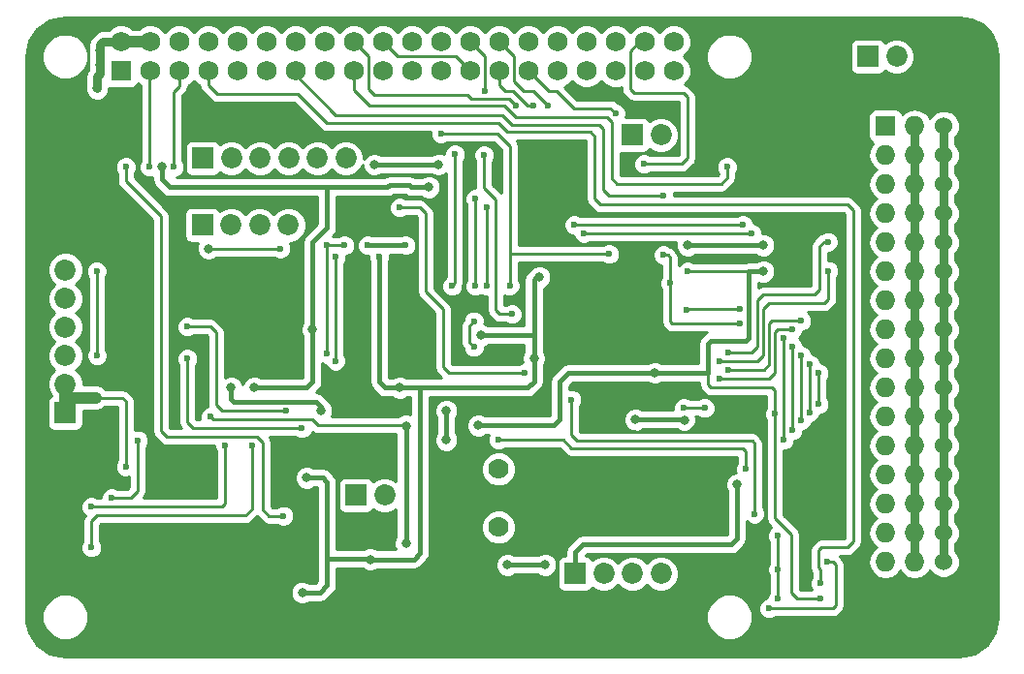
<source format=gbl>
G04 #@! TF.FileFunction,Copper,L2,Bot,Signal*
%FSLAX46Y46*%
G04 Gerber Fmt 4.6, Leading zero omitted, Abs format (unit mm)*
G04 Created by KiCad (PCBNEW no-vcs-found-undefined) date Thu Oct 20 16:36:16 2016*
%MOMM*%
%LPD*%
G01*
G04 APERTURE LIST*
%ADD10C,0.100000*%
%ADD11C,1.750000*%
%ADD12R,1.750000X1.750000*%
%ADD13C,1.778000*%
%ADD14C,1.850000*%
%ADD15R,1.850000X1.850000*%
%ADD16C,1.524000*%
%ADD17O,1.727200X1.727200*%
%ADD18R,1.727200X1.727200*%
%ADD19C,0.800000*%
%ADD20C,0.600000*%
%ADD21C,0.800000*%
%ADD22C,0.450000*%
%ADD23C,0.250000*%
%ADD24C,1.000000*%
%ADD25C,0.254000*%
G04 APERTURE END LIST*
D10*
D11*
X163620000Y-76454000D03*
X163620000Y-78994000D03*
X161080000Y-76454000D03*
X161080000Y-78994000D03*
X158540000Y-76454000D03*
X158540000Y-78994000D03*
X156000000Y-76454000D03*
X156000000Y-78994000D03*
X153460000Y-76454000D03*
X153460000Y-78994000D03*
X145840000Y-76454000D03*
X145840000Y-78994000D03*
X140760000Y-76454000D03*
X140760000Y-78994000D03*
X138220000Y-76454000D03*
X138220000Y-78994000D03*
X135680000Y-76454000D03*
X135680000Y-78994000D03*
X133140000Y-76454000D03*
X133140000Y-78994000D03*
X130600000Y-76454000D03*
X130600000Y-78994000D03*
X128060000Y-76454000D03*
X128060000Y-78994000D03*
X125520000Y-76454000D03*
X125520000Y-78994000D03*
X122980000Y-76454000D03*
X122980000Y-78994000D03*
X120440000Y-76454000D03*
X120440000Y-78994000D03*
X117900000Y-76454000D03*
X117900000Y-78994000D03*
X115360000Y-76454000D03*
D12*
X115360000Y-78994000D03*
D11*
X143300000Y-78994000D03*
X143300000Y-76454000D03*
X150920000Y-76454000D03*
X150920000Y-78994000D03*
X148380000Y-76454000D03*
X148380000Y-78994000D03*
D13*
X148336000Y-113792000D03*
X148336000Y-118872000D03*
D14*
X162520000Y-84582000D03*
D15*
X160020000Y-84582000D03*
D14*
X135008000Y-86614000D03*
X132508000Y-86614000D03*
X130008000Y-86614000D03*
X127508000Y-86614000D03*
X125008000Y-86614000D03*
D15*
X122508000Y-86614000D03*
D14*
X129968000Y-92456000D03*
X127468000Y-92456000D03*
X124968000Y-92456000D03*
D15*
X122468000Y-92456000D03*
D14*
X110490000Y-96386000D03*
X110490000Y-98886000D03*
X110490000Y-101386000D03*
X110490000Y-103886000D03*
X110490000Y-106386000D03*
D15*
X110490000Y-108886000D03*
D14*
X162520000Y-122936000D03*
X160020000Y-122936000D03*
X157520000Y-122936000D03*
D15*
X155020000Y-122936000D03*
D14*
X138390000Y-116078000D03*
D15*
X135890000Y-116078000D03*
D16*
X187198000Y-121920000D03*
X187198000Y-119380000D03*
X187198000Y-116840000D03*
X187198000Y-114300000D03*
X187198000Y-111760000D03*
X187198000Y-109220000D03*
X187198000Y-106680000D03*
X187198000Y-104140000D03*
X187198000Y-101600000D03*
X187198000Y-99060000D03*
X187198000Y-96520000D03*
X187198000Y-93980000D03*
X187198000Y-91440000D03*
X187198000Y-88900000D03*
X187198000Y-86360000D03*
X187198000Y-83820000D03*
D17*
X184658000Y-121920000D03*
X182118000Y-121920000D03*
X184658000Y-119380000D03*
X182118000Y-119380000D03*
X184658000Y-116840000D03*
X182118000Y-116840000D03*
X184658000Y-114300000D03*
X182118000Y-114300000D03*
X184658000Y-111760000D03*
X182118000Y-111760000D03*
X184658000Y-109220000D03*
X182118000Y-109220000D03*
X184658000Y-106680000D03*
X182118000Y-106680000D03*
X184658000Y-104140000D03*
X182118000Y-104140000D03*
X184658000Y-101600000D03*
X182118000Y-101600000D03*
X184658000Y-99060000D03*
X182118000Y-99060000D03*
X184658000Y-96520000D03*
X182118000Y-96520000D03*
X184658000Y-93980000D03*
X182118000Y-93980000D03*
X184658000Y-91440000D03*
X182118000Y-91440000D03*
X184658000Y-88900000D03*
X182118000Y-88900000D03*
X184658000Y-86360000D03*
X182118000Y-86360000D03*
X184658000Y-83820000D03*
D18*
X182118000Y-83820000D03*
D15*
X180594000Y-77724000D03*
D14*
X183094000Y-77724000D03*
D19*
X149098000Y-122174000D03*
X152400000Y-122174000D03*
D20*
X136906000Y-94234000D03*
D19*
X143080000Y-87180000D03*
X137480000Y-87190000D03*
X143764000Y-111252000D03*
X143764000Y-108712000D03*
D20*
X140208000Y-94234000D03*
D19*
X164846000Y-94234000D03*
X171450000Y-94234000D03*
D20*
X121158000Y-101346000D03*
X129794000Y-108712000D03*
X131150000Y-110236000D03*
X121157992Y-104140000D03*
X169418000Y-99822000D03*
X164710000Y-99850000D03*
X168380000Y-103630000D03*
X177100000Y-93930000D03*
X177140000Y-96480000D03*
X167640000Y-104394000D03*
X168376491Y-105104982D03*
X174752000Y-100837988D03*
X174014053Y-101580552D03*
X167640000Y-105918000D03*
X176290000Y-108120000D03*
X176276000Y-105410000D03*
X175510000Y-108820000D03*
X175514000Y-104648000D03*
X174780000Y-109510000D03*
X174752000Y-103886000D03*
X174010000Y-103080000D03*
X174000000Y-110400000D03*
X173228000Y-111252000D03*
X173228000Y-102362000D03*
D19*
X139700000Y-106680000D03*
X151892000Y-97028000D03*
X131200000Y-124590000D03*
X137120000Y-121690000D03*
X131572000Y-114562000D03*
X151430000Y-104110000D03*
D20*
X137922000Y-95250000D03*
D19*
X146812000Y-102108000D03*
D20*
X176429747Y-125100858D03*
X172466000Y-108966000D03*
D19*
X171450000Y-96520000D03*
X140240000Y-120310000D03*
D20*
X123190000Y-109220000D03*
D19*
X161980000Y-105380000D03*
D20*
X164846000Y-96520000D03*
D19*
X140240000Y-110000000D03*
X146558000Y-109982000D03*
D20*
X115793082Y-87380995D03*
X129550000Y-117880000D03*
X146180000Y-100860000D03*
X146180000Y-103130000D03*
X146304000Y-97790000D03*
X146304000Y-90170000D03*
X147320000Y-90931996D03*
X147320000Y-97790000D03*
X149300000Y-97760000D03*
X143291706Y-84455603D03*
X157988000Y-94996000D03*
X134112000Y-95250000D03*
X119980000Y-87370000D03*
X154940000Y-92450000D03*
X134110000Y-104330000D03*
X169671980Y-92456000D03*
X155775000Y-93200000D03*
X170434000Y-93218000D03*
X134874000Y-94234000D03*
X133350000Y-94234000D03*
X133350000Y-103730000D03*
X117856000Y-87376000D03*
X162750000Y-89900000D03*
X162725000Y-95075000D03*
X163322000Y-97536000D03*
X169418000Y-101092000D03*
X176437375Y-123793766D03*
X149860000Y-82042000D03*
D19*
X132842000Y-108712000D03*
X124968000Y-106680000D03*
X169148330Y-115141789D03*
D20*
X170686743Y-117731366D03*
X154690000Y-107720000D03*
X166327906Y-108464369D03*
X164516224Y-108462701D03*
X139700000Y-90932000D03*
X150622000Y-105410000D03*
X147070846Y-86330608D03*
X147110000Y-80720000D03*
X149490000Y-100250000D03*
X144527990Y-86277852D03*
X144272000Y-97790000D03*
X161025000Y-87125000D03*
X158550000Y-82700000D03*
X152654000Y-82042000D03*
X151384000Y-82042000D03*
X168290000Y-87390000D03*
D19*
X113538000Y-78486000D03*
X113284000Y-80518000D03*
X113538000Y-77216000D03*
D20*
X113240000Y-96500000D03*
X113270000Y-103880000D03*
X124480000Y-111720000D03*
X112776000Y-117094000D03*
X112776000Y-120650000D03*
X126812000Y-111694000D03*
D19*
X132080000Y-101600000D03*
X118970000Y-87370000D03*
X160280000Y-109470000D03*
X164540000Y-109490000D03*
X127000000Y-106680000D03*
X142240000Y-89154000D03*
D20*
X172720000Y-119634000D03*
X172734999Y-122572831D03*
X172746759Y-125106229D03*
X116850000Y-111290000D03*
X114554000Y-116332000D03*
D19*
X113030000Y-89916000D03*
X111703841Y-89954918D03*
X114405784Y-89964333D03*
X176853895Y-128114925D03*
X177837989Y-128123483D03*
X122428000Y-106680000D03*
D20*
X115760000Y-114830000D03*
D19*
X117602000Y-105664000D03*
X114554000Y-105664000D03*
X115570000Y-105664000D03*
X116586000Y-105664000D03*
X123010000Y-94520000D03*
D20*
X129290000Y-94510000D03*
D19*
X111990000Y-107570000D03*
X113170000Y-107570000D03*
D20*
X115780000Y-113590000D03*
X171958000Y-125984000D03*
X177038000Y-121920000D03*
X148336000Y-111252000D03*
X169926000Y-113792000D03*
D21*
X187198000Y-111760000D02*
X187198000Y-109220000D01*
X187198000Y-111760000D02*
X187198000Y-114300000D01*
X187198000Y-106680000D02*
X187198000Y-109220000D01*
X187198000Y-104140000D02*
X187198000Y-106680000D01*
X187198000Y-101600000D02*
X187198000Y-104140000D01*
X187198000Y-99060000D02*
X187198000Y-101600000D01*
X187198000Y-96520000D02*
X187198000Y-99060000D01*
X187198000Y-93980000D02*
X187198000Y-96520000D01*
X187198000Y-91440000D02*
X187198000Y-93980000D01*
X187198000Y-88900000D02*
X187198000Y-91440000D01*
X187198000Y-86360000D02*
X187198000Y-88900000D01*
X187198000Y-83820000D02*
X187198000Y-86360000D01*
X187198000Y-116840000D02*
X187198000Y-114300000D01*
X187198000Y-121920000D02*
X187198000Y-116840000D01*
D22*
X149098000Y-122174000D02*
X152400000Y-122174000D01*
X140208000Y-94234000D02*
X136906000Y-94234000D01*
X143080000Y-87180000D02*
X143070000Y-87190000D01*
X143070000Y-87190000D02*
X137480000Y-87190000D01*
X143764000Y-111252000D02*
X143764000Y-108712000D01*
X164846000Y-94234000D02*
X171450000Y-94234000D01*
D23*
X144570000Y-77724000D02*
X139490000Y-77724000D01*
X139490000Y-77724000D02*
X138220000Y-76454000D01*
X145840000Y-78994000D02*
X144570000Y-77724000D01*
X129794000Y-108712000D02*
X124206000Y-108712000D01*
X123698000Y-101854000D02*
X123190000Y-101346000D01*
X124206000Y-108712000D02*
X123698000Y-108204000D01*
X123698000Y-108204000D02*
X123698000Y-101854000D01*
X123190000Y-101346000D02*
X121158000Y-101346000D01*
X131150000Y-110236000D02*
X121666000Y-110236000D01*
X121666000Y-110236000D02*
X121158000Y-109728000D01*
X121158000Y-109728000D02*
X121158000Y-108712000D01*
X121158000Y-108712000D02*
X121158000Y-104140000D01*
X121158000Y-104140000D02*
X121157992Y-104140000D01*
X169418000Y-99822000D02*
X164738000Y-99822000D01*
X164738000Y-99822000D02*
X164710000Y-99850000D01*
X170436000Y-103630000D02*
X170942000Y-103124000D01*
X168380000Y-103630000D02*
X170436000Y-103630000D01*
X170942000Y-103124000D02*
X170942000Y-99060000D01*
X170942000Y-99060000D02*
X171450000Y-98552000D01*
X171450000Y-98552000D02*
X175918000Y-98552000D01*
X175918000Y-98552000D02*
X176340000Y-98130000D01*
X176340000Y-98130000D02*
X176340000Y-94320000D01*
X176340000Y-94320000D02*
X176730000Y-93930000D01*
X176730000Y-93930000D02*
X177100000Y-93930000D01*
X177140000Y-98950000D02*
X176776000Y-99314000D01*
X177140000Y-96480000D02*
X177140000Y-98950000D01*
X176776000Y-99314000D02*
X171958000Y-99314000D01*
X171958000Y-99314000D02*
X171450000Y-99822000D01*
X171450000Y-99822000D02*
X171450000Y-103886000D01*
X171450000Y-103886000D02*
X170942000Y-104394000D01*
X170942000Y-104394000D02*
X167640000Y-104394000D01*
X174752000Y-100837988D02*
X172212012Y-100837988D01*
X172212012Y-100837988D02*
X171958000Y-101092000D01*
X171958000Y-101092000D02*
X171958000Y-104648000D01*
X171958000Y-104648000D02*
X171501018Y-105104982D01*
X171501018Y-105104982D02*
X171144982Y-105104982D01*
X171144982Y-105104982D02*
X168376491Y-105104982D01*
X168402000Y-105156000D02*
X168376491Y-105104982D01*
X174014053Y-101580552D02*
X172739448Y-101580552D01*
X172739448Y-101580552D02*
X172466000Y-101854000D01*
X172466000Y-101854000D02*
X172466000Y-105410000D01*
X172466000Y-105410000D02*
X171958000Y-105918000D01*
X171958000Y-105918000D02*
X167640000Y-105918000D01*
X176276000Y-108106000D02*
X176290000Y-108120000D01*
X176290000Y-108120000D02*
X176290000Y-105424000D01*
X176290000Y-105424000D02*
X176276000Y-105410000D01*
X176276000Y-107950000D02*
X176276000Y-108106000D01*
X175510000Y-108820000D02*
X175514000Y-108816000D01*
X175514000Y-108816000D02*
X175514000Y-104648000D01*
X174752000Y-109398000D02*
X174780000Y-109426000D01*
X174780000Y-109426000D02*
X174780000Y-109510000D01*
X174752000Y-107950000D02*
X174752000Y-109398000D01*
X174752000Y-103886000D02*
X174752000Y-109398000D01*
X174010000Y-103080000D02*
X173990000Y-103100000D01*
X173990000Y-103100000D02*
X173990000Y-110390000D01*
X173990000Y-110390000D02*
X174000000Y-110400000D01*
X173228000Y-111252000D02*
X173228000Y-102362000D01*
D22*
X139700000Y-106680000D02*
X141478000Y-106680000D01*
X141478000Y-106680000D02*
X141478000Y-121142000D01*
X141478000Y-121142000D02*
X140930000Y-121690000D01*
X140930000Y-121690000D02*
X137120000Y-121690000D01*
X150876000Y-106680000D02*
X151430000Y-106126000D01*
X139700000Y-106680000D02*
X138430000Y-106680000D01*
X137922000Y-106172000D02*
X137922000Y-95250000D01*
X139700000Y-106680000D02*
X150876000Y-106680000D01*
X151430000Y-106126000D02*
X151430000Y-104110000D01*
X138430000Y-106680000D02*
X137922000Y-106172000D01*
X151892000Y-97028000D02*
X151638000Y-97028000D01*
X151638000Y-97028000D02*
X151420000Y-97246000D01*
X151420000Y-97246000D02*
X151420000Y-102072000D01*
X151420000Y-102072000D02*
X151384000Y-102108000D01*
X133350000Y-119960000D02*
X133350000Y-121666000D01*
X137120000Y-121690000D02*
X137096000Y-121666000D01*
X137096000Y-121666000D02*
X133350000Y-121666000D01*
X133350000Y-121666000D02*
X133350000Y-123952000D01*
X133350000Y-123952000D02*
X132712000Y-124590000D01*
X132712000Y-124590000D02*
X131200000Y-124590000D01*
X131572000Y-114554000D02*
X132964000Y-114554000D01*
X132964000Y-114554000D02*
X133350000Y-114940000D01*
X133350000Y-114940000D02*
X133350000Y-119960000D01*
X151430000Y-104110000D02*
X151420000Y-104100000D01*
X151420000Y-104100000D02*
X151420000Y-102144000D01*
X151420000Y-102144000D02*
X151384000Y-102108000D01*
X151384000Y-102108000D02*
X146812000Y-102108000D01*
D23*
X176429747Y-125100858D02*
X174359833Y-125100858D01*
X174359833Y-125100858D02*
X173862313Y-124603338D01*
X173862313Y-124603338D02*
X173862313Y-119506313D01*
X173862313Y-119506313D02*
X172466000Y-118110000D01*
X172466000Y-118110000D02*
X172466000Y-108966000D01*
X172212000Y-106680000D02*
X172466000Y-106934000D01*
X172466000Y-106934000D02*
X172466000Y-108966000D01*
X171958000Y-106680000D02*
X172212000Y-106680000D01*
D22*
X146558000Y-109982000D02*
X153162000Y-109982000D01*
X153162000Y-109982000D02*
X153670000Y-109474000D01*
X153670000Y-109474000D02*
X153670000Y-106172000D01*
X153670000Y-106172000D02*
X154452000Y-105390000D01*
X154452000Y-105390000D02*
X161970000Y-105390000D01*
X161970000Y-105390000D02*
X161980000Y-105380000D01*
D23*
X171958000Y-106680000D02*
X166878000Y-106680000D01*
X166878000Y-106680000D02*
X166624000Y-106426000D01*
X166624000Y-106426000D02*
X166624000Y-104902000D01*
D22*
X170180000Y-96520000D02*
X170180000Y-102362000D01*
X170180000Y-102362000D02*
X169926000Y-102616000D01*
X169926000Y-102616000D02*
X166878000Y-102616000D01*
X166878000Y-102616000D02*
X166624000Y-102870000D01*
X166624000Y-102870000D02*
X166624000Y-104902000D01*
X166624000Y-104902000D02*
X166624000Y-105410000D01*
X166624000Y-105410000D02*
X166594000Y-105380000D01*
X166594000Y-105380000D02*
X161980000Y-105380000D01*
X170180000Y-96520000D02*
X171450000Y-96520000D01*
D23*
X123444000Y-109474000D02*
X123190000Y-109220000D01*
X164846000Y-96520000D02*
X170180000Y-96520000D01*
X165862000Y-96520000D02*
X164846000Y-96520000D01*
X140240000Y-110000000D02*
X140230000Y-109990000D01*
X140230000Y-109990000D02*
X132596000Y-109990000D01*
X132596000Y-109990000D02*
X132080000Y-109474000D01*
X132080000Y-109474000D02*
X123444000Y-109474000D01*
D22*
X140240000Y-120310000D02*
X140240000Y-110000000D01*
D23*
X115793082Y-87380995D02*
X115793082Y-88583082D01*
X115793082Y-88583082D02*
X118872000Y-91662000D01*
X118872000Y-91662000D02*
X118872000Y-110490000D01*
X118872000Y-110490000D02*
X119380000Y-110998000D01*
X119380000Y-110998000D02*
X127254000Y-110998000D01*
X127254000Y-110998000D02*
X127762000Y-111506000D01*
X127762000Y-111506000D02*
X127762000Y-117348000D01*
X127762000Y-117348000D02*
X128294000Y-117880000D01*
X128294000Y-117880000D02*
X129550000Y-117880000D01*
X115316000Y-79038000D02*
X115360000Y-78994000D01*
X146304000Y-97790000D02*
X146256499Y-97742499D01*
X146256499Y-97742499D02*
X146256499Y-90217501D01*
X146256499Y-90217501D02*
X146304000Y-90170000D01*
X146180000Y-100860000D02*
X145796000Y-101244000D01*
X145796000Y-101244000D02*
X145796000Y-102746000D01*
X145796000Y-102746000D02*
X146180000Y-103130000D01*
X146180000Y-100860000D02*
X146180000Y-100940000D01*
X146304000Y-90678000D02*
X146304000Y-90170000D01*
X147320000Y-97790000D02*
X147320000Y-90931996D01*
X147320000Y-97619736D02*
X147320000Y-97790000D01*
X149334000Y-94996000D02*
X150114000Y-94996000D01*
X149300000Y-95030000D02*
X149334000Y-94996000D01*
X149300000Y-97760000D02*
X149300000Y-95030000D01*
X143291706Y-84455603D02*
X148213504Y-84455603D01*
X148213504Y-84455603D02*
X149304122Y-85546221D01*
X149304122Y-85546221D02*
X149304122Y-94948122D01*
X149304122Y-94948122D02*
X149352000Y-94996000D01*
X149352000Y-94996000D02*
X150114000Y-94996000D01*
X157988000Y-94996000D02*
X150114000Y-94996000D01*
X134112000Y-95250000D02*
X134112000Y-104328000D01*
X134112000Y-104328000D02*
X134110000Y-104330000D01*
X120440000Y-78994000D02*
X120440000Y-80340000D01*
X120440000Y-80340000D02*
X119980000Y-80800000D01*
X119980000Y-80800000D02*
X119980000Y-87370000D01*
X154946000Y-92456000D02*
X169247716Y-92456000D01*
X154940000Y-92450000D02*
X154946000Y-92456000D01*
X169247716Y-92456000D02*
X169671980Y-92456000D01*
X170434000Y-93218000D02*
X155793000Y-93218000D01*
X155793000Y-93218000D02*
X155775000Y-93200000D01*
X133350000Y-94234000D02*
X134874000Y-94234000D01*
X133350000Y-94234000D02*
X133350000Y-103730000D01*
X117856000Y-87376000D02*
X117850000Y-87370000D01*
X117850000Y-87370000D02*
X117850000Y-79044000D01*
X117850000Y-79044000D02*
X117900000Y-78994000D01*
X163322000Y-95297000D02*
X163100000Y-95075000D01*
X163100000Y-95075000D02*
X162725000Y-95075000D01*
X163322000Y-97536000D02*
X163322000Y-95297000D01*
X163492000Y-101092000D02*
X163322000Y-100922000D01*
X163322000Y-100922000D02*
X163322000Y-97536000D01*
X169418000Y-101092000D02*
X163492000Y-101092000D01*
X130600000Y-79340000D02*
X130600000Y-78994000D01*
X162750000Y-89900000D02*
X162734000Y-89916000D01*
X162734000Y-89916000D02*
X157988000Y-89916000D01*
X157988000Y-89916000D02*
X157480000Y-89408000D01*
X157480000Y-89408000D02*
X157480000Y-84074000D01*
X134110000Y-82850000D02*
X130600000Y-79340000D01*
X157480000Y-84074000D02*
X157097589Y-83691589D01*
X148636000Y-82850000D02*
X134110000Y-82850000D01*
X157097589Y-83691589D02*
X149477589Y-83691589D01*
X149477589Y-83691589D02*
X148636000Y-82850000D01*
X176437375Y-123793766D02*
X176437375Y-122589375D01*
X133350000Y-83566000D02*
X130810000Y-81026000D01*
X178816000Y-90678000D02*
X157226000Y-90678000D01*
X179324000Y-91186000D02*
X178816000Y-90678000D01*
X176437375Y-122589375D02*
X176276000Y-122428000D01*
X157226000Y-90678000D02*
X156718000Y-90170000D01*
X176276000Y-120904000D02*
X176530000Y-120650000D01*
X176276000Y-122428000D02*
X176276000Y-120904000D01*
X122980000Y-80231436D02*
X122980000Y-78994000D01*
X176530000Y-120650000D02*
X178816000Y-120650000D01*
X178816000Y-120650000D02*
X179324000Y-120142000D01*
X179324000Y-120142000D02*
X179324000Y-91186000D01*
X156718000Y-90170000D02*
X156718000Y-84698000D01*
X156718000Y-84698000D02*
X156348000Y-84328000D01*
X123774564Y-81026000D02*
X122980000Y-80231436D01*
X156348000Y-84328000D02*
X149098000Y-84328000D01*
X149098000Y-84328000D02*
X148336000Y-83566000D01*
X148336000Y-83566000D02*
X133350000Y-83566000D01*
X130810000Y-81026000D02*
X123774564Y-81026000D01*
X122936000Y-79038000D02*
X122980000Y-78994000D01*
X149860000Y-82042000D02*
X149278000Y-81460000D01*
X149278000Y-81460000D02*
X145976000Y-81460000D01*
X145976000Y-81460000D02*
X145596000Y-81080000D01*
X145596000Y-81080000D02*
X137468000Y-81080000D01*
X137468000Y-81080000D02*
X136950000Y-80562000D01*
X136950000Y-80562000D02*
X136950000Y-77724000D01*
X136950000Y-77724000D02*
X135680000Y-76454000D01*
D22*
X132430000Y-107950000D02*
X132842000Y-108362000D01*
X132842000Y-108362000D02*
X132842000Y-108712000D01*
X124968000Y-107696000D02*
X125222000Y-107950000D01*
X125222000Y-107950000D02*
X132430000Y-107950000D01*
X124968000Y-106680000D02*
X124968000Y-107696000D01*
X169148330Y-115141789D02*
X169148330Y-119888634D01*
X169148330Y-119888634D02*
X168640964Y-120396000D01*
X168640964Y-120396000D02*
X155702000Y-120396000D01*
X155702000Y-120396000D02*
X155020000Y-121078000D01*
X155020000Y-121078000D02*
X155020000Y-122936000D01*
D23*
X170686743Y-117731366D02*
X170688000Y-117730109D01*
X170688000Y-117730109D02*
X170688000Y-111561132D01*
X170688000Y-111561132D02*
X170467659Y-111340791D01*
X170467659Y-111340791D02*
X155190020Y-111340791D01*
X155190020Y-111340791D02*
X154690000Y-110840771D01*
X154690000Y-110840771D02*
X154690000Y-107720000D01*
X166326238Y-108462701D02*
X164516224Y-108462701D01*
X166327906Y-108464369D02*
X166326238Y-108462701D01*
X139700000Y-90932000D02*
X141478000Y-90932000D01*
X141478000Y-90932000D02*
X141986000Y-91440000D01*
X141986000Y-91440000D02*
X141986000Y-98298000D01*
X141986000Y-98298000D02*
X143510000Y-99822000D01*
X143510000Y-99822000D02*
X143510000Y-104902000D01*
X143510000Y-104902000D02*
X144018000Y-105410000D01*
X144018000Y-105410000D02*
X150622000Y-105410000D01*
X147070846Y-86330608D02*
X147070846Y-89247708D01*
X147070846Y-89247708D02*
X148082000Y-90258862D01*
X148082000Y-90258862D02*
X148082000Y-99902000D01*
X148082000Y-99902000D02*
X148430000Y-100250000D01*
X148430000Y-100250000D02*
X149490000Y-100250000D01*
X147111999Y-80217993D02*
X147111999Y-77725999D01*
X147111999Y-77725999D02*
X145840000Y-76454000D01*
X147110000Y-80720000D02*
X147110000Y-80219992D01*
X147110000Y-80219992D02*
X147111999Y-80217993D01*
X144527990Y-86277852D02*
X144526000Y-86279842D01*
X144526000Y-86279842D02*
X144526000Y-97536000D01*
X144526000Y-97536000D02*
X144272000Y-97790000D01*
X161025000Y-87125000D02*
X161028000Y-87122000D01*
X161028000Y-87122000D02*
X164338000Y-87122000D01*
X164338000Y-87122000D02*
X164846000Y-86614000D01*
X164846000Y-86614000D02*
X164846000Y-81287875D01*
X164846000Y-81287875D02*
X164473400Y-80915275D01*
X164473400Y-80915275D02*
X163068000Y-80915275D01*
X161080000Y-76454000D02*
X160628984Y-76454000D01*
X160628984Y-76454000D02*
X159816492Y-77266492D01*
X159816492Y-77266492D02*
X159816492Y-80568492D01*
X159816492Y-80568492D02*
X160163275Y-80915275D01*
X160163275Y-80915275D02*
X161433275Y-80915275D01*
X161433275Y-80915275D02*
X163068000Y-80915275D01*
X162957275Y-80915275D02*
X163068000Y-80915275D01*
X158550000Y-82700000D02*
X158097816Y-82247816D01*
X158097816Y-82247816D02*
X154891816Y-82247816D01*
X154891816Y-82247816D02*
X153416000Y-80772000D01*
X153416000Y-80772000D02*
X152698000Y-80772000D01*
X152698000Y-80772000D02*
X150920000Y-78994000D01*
X148380000Y-76454000D02*
X149650000Y-77724000D01*
X149650000Y-77724000D02*
X149650000Y-79925590D01*
X152354001Y-81742001D02*
X152654000Y-82042000D01*
X149650000Y-79925590D02*
X150496410Y-80772000D01*
X150496410Y-80772000D02*
X151384000Y-80772000D01*
X151384000Y-80772000D02*
X152354001Y-81742001D01*
X148380000Y-78994000D02*
X148380000Y-80231436D01*
X148380000Y-80231436D02*
X148920564Y-80772000D01*
X149606000Y-80772000D02*
X150876000Y-82042000D01*
X148920564Y-80772000D02*
X149606000Y-80772000D01*
X150876000Y-82042000D02*
X151384000Y-82042000D01*
X148380000Y-78994000D02*
X148380000Y-79462264D01*
D21*
X184658000Y-119380000D02*
X184658000Y-121920000D01*
X184658000Y-116840000D02*
X184658000Y-119380000D01*
X184658000Y-114300000D02*
X184658000Y-116840000D01*
X184658000Y-111760000D02*
X184658000Y-114300000D01*
X184658000Y-109220000D02*
X184658000Y-111760000D01*
X184658000Y-106680000D02*
X184658000Y-109220000D01*
X184658000Y-104140000D02*
X184658000Y-106680000D01*
X184658000Y-101600000D02*
X184658000Y-104140000D01*
X184658000Y-99060000D02*
X184658000Y-101600000D01*
X184658000Y-96520000D02*
X184658000Y-99060000D01*
X184658000Y-93980000D02*
X184658000Y-96520000D01*
X184658000Y-91440000D02*
X184658000Y-93980000D01*
X184658000Y-88900000D02*
X184658000Y-91440000D01*
X184658000Y-86360000D02*
X184658000Y-88900000D01*
X184658000Y-83820000D02*
X184658000Y-86360000D01*
D23*
X168290000Y-87390000D02*
X168290000Y-88310000D01*
X168290000Y-88310000D02*
X167757990Y-88842010D01*
X167757990Y-88842010D02*
X158692010Y-88842010D01*
X158692010Y-88842010D02*
X158242000Y-88392000D01*
X158242000Y-88392000D02*
X158242000Y-83452000D01*
X158242000Y-83452000D02*
X157848000Y-83058000D01*
X157848000Y-83058000D02*
X149860000Y-83058000D01*
X149860000Y-83058000D02*
X148844000Y-82042000D01*
X148844000Y-82042000D02*
X137042000Y-82042000D01*
X137042000Y-82042000D02*
X135680000Y-80680000D01*
X135680000Y-80680000D02*
X135680000Y-78994000D01*
D21*
X113538000Y-77216000D02*
X113538000Y-76708000D01*
X113284000Y-79502000D02*
X113284000Y-80518000D01*
X113284000Y-79502000D02*
X113538000Y-79248000D01*
X113538000Y-79248000D02*
X113538000Y-77216000D01*
X113538000Y-76708000D02*
X113792000Y-76454000D01*
X113792000Y-76454000D02*
X115360000Y-76454000D01*
D24*
X117900000Y-76454000D02*
X115360000Y-76454000D01*
D22*
X117900000Y-76454000D02*
X117900000Y-76918000D01*
X117900000Y-76454000D02*
X117856000Y-76454000D01*
D23*
X113240000Y-96500000D02*
X113260000Y-96520000D01*
X113260000Y-96520000D02*
X113260000Y-103870000D01*
X113260000Y-103870000D02*
X113270000Y-103880000D01*
X124480000Y-111720000D02*
X124460000Y-111740000D01*
X124460000Y-111740000D02*
X124460000Y-116840000D01*
X124460000Y-116840000D02*
X124206000Y-117094000D01*
X124206000Y-117094000D02*
X112776000Y-117094000D01*
X112776000Y-120650000D02*
X112776000Y-118364000D01*
X126238000Y-117856000D02*
X126812000Y-117282000D01*
X112776000Y-118364000D02*
X113284000Y-117856000D01*
X113284000Y-117856000D02*
X126238000Y-117856000D01*
X126812000Y-117282000D02*
X126812000Y-115570000D01*
X126812000Y-111694000D02*
X126812000Y-115570000D01*
X126812000Y-115570000D02*
X126812000Y-115758000D01*
D22*
X132080000Y-101600000D02*
X132080000Y-93980000D01*
X132080000Y-93980000D02*
X133350000Y-92710000D01*
X133350000Y-92710000D02*
X133350000Y-89154000D01*
X132334000Y-89154000D02*
X133350000Y-89154000D01*
X133350000Y-89154000D02*
X135128000Y-89154000D01*
D23*
X132080000Y-89154000D02*
X132334000Y-89154000D01*
D22*
X119634000Y-89154000D02*
X132334000Y-89154000D01*
X132080000Y-101600000D02*
X132080000Y-106172000D01*
X132080000Y-106172000D02*
X131572000Y-106680000D01*
X131572000Y-106680000D02*
X127000000Y-106680000D01*
X118970000Y-87370000D02*
X118970000Y-88490000D01*
X118970000Y-88490000D02*
X119634000Y-89154000D01*
X135128000Y-89154000D02*
X136144000Y-89154000D01*
X142240000Y-89154000D02*
X140716000Y-89154000D01*
X138626000Y-89154000D02*
X136144000Y-89154000D01*
X140716000Y-89154000D02*
X140522000Y-88960000D01*
X140522000Y-88960000D02*
X138820000Y-88960000D01*
X138820000Y-88960000D02*
X138626000Y-89154000D01*
X160280000Y-109470000D02*
X160778000Y-109470000D01*
X160778000Y-109470000D02*
X160782000Y-109474000D01*
X160782000Y-109474000D02*
X164524000Y-109474000D01*
X164524000Y-109474000D02*
X164540000Y-109490000D01*
D23*
X172734999Y-120142000D02*
X172734999Y-119902999D01*
X172734999Y-122572831D02*
X172734999Y-120142000D01*
X172734999Y-120142000D02*
X172734999Y-119648999D01*
X172734999Y-119648999D02*
X172720000Y-119634000D01*
X172746759Y-125106229D02*
X172746759Y-122584591D01*
X172746759Y-122584591D02*
X172734999Y-122572831D01*
X116850000Y-111290000D02*
X116840000Y-111300000D01*
X116840000Y-111300000D02*
X116840000Y-115720000D01*
X116840000Y-115720000D02*
X116228000Y-116332000D01*
X116228000Y-116332000D02*
X114554000Y-116332000D01*
X123010000Y-94520000D02*
X129280000Y-94520000D01*
X129280000Y-94520000D02*
X129290000Y-94510000D01*
X115470000Y-107570000D02*
X113170000Y-107570000D01*
D24*
X111990000Y-107570000D02*
X110530000Y-107570000D01*
X110530000Y-107570000D02*
X110490000Y-107610000D01*
X113170000Y-107570000D02*
X111990000Y-107570000D01*
X110490000Y-107610000D02*
X110490000Y-106386000D01*
X110490000Y-108886000D02*
X110490000Y-107610000D01*
D23*
X115780000Y-113590000D02*
X115780000Y-107880000D01*
X115780000Y-107880000D02*
X115470000Y-107570000D01*
X177546000Y-121920000D02*
X177038000Y-121920000D01*
X177800000Y-122174000D02*
X177546000Y-121920000D01*
X177546000Y-125984000D02*
X177800000Y-125730000D01*
X177800000Y-125730000D02*
X177800000Y-122174000D01*
X171958000Y-125984000D02*
X177546000Y-125984000D01*
X154686000Y-111968802D02*
X169634117Y-111968802D01*
X148336000Y-111252000D02*
X153969198Y-111252000D01*
X153969198Y-111252000D02*
X154686000Y-111968802D01*
X169926000Y-112260685D02*
X169926000Y-113792000D01*
X169634117Y-111968802D02*
X169926000Y-112260685D01*
D25*
G36*
X189630566Y-74453918D02*
X190570655Y-74932966D01*
X191316634Y-75679139D01*
X191795437Y-76619358D01*
X191961749Y-77671531D01*
X191944250Y-126798365D01*
X191684819Y-128100417D01*
X190954022Y-129193520D01*
X189860590Y-129923824D01*
X188558423Y-130182670D01*
X110446192Y-130175330D01*
X109143940Y-129916185D01*
X108050576Y-129185529D01*
X107320022Y-128092095D01*
X107127083Y-127122060D01*
X108479652Y-127122060D01*
X108785012Y-127861086D01*
X109349940Y-128427001D01*
X110088432Y-128733650D01*
X110888060Y-128734348D01*
X111627086Y-128428988D01*
X112193001Y-127864060D01*
X112499650Y-127125568D01*
X112499653Y-127122060D01*
X166479652Y-127122060D01*
X166785012Y-127861086D01*
X167349940Y-128427001D01*
X168088432Y-128733650D01*
X168888060Y-128734348D01*
X169627086Y-128428988D01*
X170193001Y-127864060D01*
X170499650Y-127125568D01*
X170500348Y-126325940D01*
X170194988Y-125586914D01*
X169630060Y-125020999D01*
X168891568Y-124714350D01*
X168091940Y-124713652D01*
X167352914Y-125019012D01*
X166786999Y-125583940D01*
X166480350Y-126322432D01*
X166479652Y-127122060D01*
X112499653Y-127122060D01*
X112500348Y-126325940D01*
X112194988Y-125586914D01*
X111630060Y-125020999D01*
X110891568Y-124714350D01*
X110091940Y-124713652D01*
X109352914Y-125019012D01*
X108786999Y-125583940D01*
X108480350Y-126322432D01*
X108479652Y-127122060D01*
X107127083Y-127122060D01*
X107061000Y-126789821D01*
X107061000Y-107961000D01*
X108917560Y-107961000D01*
X108917560Y-109811000D01*
X108966843Y-110058765D01*
X109107191Y-110268809D01*
X109317235Y-110409157D01*
X109565000Y-110458440D01*
X111415000Y-110458440D01*
X111662765Y-110409157D01*
X111872809Y-110268809D01*
X112013157Y-110058765D01*
X112062440Y-109811000D01*
X112062440Y-108705000D01*
X113170000Y-108705000D01*
X113604346Y-108618603D01*
X113972566Y-108372566D01*
X114001008Y-108330000D01*
X115020000Y-108330000D01*
X115020000Y-113027537D01*
X114987808Y-113059673D01*
X114845162Y-113403201D01*
X114844838Y-113775167D01*
X114986883Y-114118943D01*
X115249673Y-114382192D01*
X115593201Y-114524838D01*
X115965167Y-114525162D01*
X116080000Y-114477714D01*
X116080000Y-115405198D01*
X115913198Y-115572000D01*
X115116463Y-115572000D01*
X115084327Y-115539808D01*
X114740799Y-115397162D01*
X114368833Y-115396838D01*
X114025057Y-115538883D01*
X113761808Y-115801673D01*
X113619162Y-116145201D01*
X113618998Y-116334000D01*
X113338463Y-116334000D01*
X113306327Y-116301808D01*
X112962799Y-116159162D01*
X112590833Y-116158838D01*
X112247057Y-116300883D01*
X111983808Y-116563673D01*
X111841162Y-116907201D01*
X111840838Y-117279167D01*
X111982883Y-117622943D01*
X112217583Y-117858052D01*
X112073852Y-118073161D01*
X112016000Y-118364000D01*
X112016000Y-120087537D01*
X111983808Y-120119673D01*
X111841162Y-120463201D01*
X111840838Y-120835167D01*
X111982883Y-121178943D01*
X112245673Y-121442192D01*
X112589201Y-121584838D01*
X112961167Y-121585162D01*
X113304943Y-121443117D01*
X113568192Y-121180327D01*
X113710838Y-120836799D01*
X113711162Y-120464833D01*
X113569117Y-120121057D01*
X113536000Y-120087882D01*
X113536000Y-118678802D01*
X113598802Y-118616000D01*
X126238000Y-118616000D01*
X126528839Y-118558148D01*
X126775401Y-118393401D01*
X127254000Y-117914802D01*
X127756599Y-118417401D01*
X128003161Y-118582148D01*
X128294000Y-118640000D01*
X128987537Y-118640000D01*
X129019673Y-118672192D01*
X129363201Y-118814838D01*
X129735167Y-118815162D01*
X130078943Y-118673117D01*
X130342192Y-118410327D01*
X130484838Y-118066799D01*
X130485162Y-117694833D01*
X130343117Y-117351057D01*
X130080327Y-117087808D01*
X129736799Y-116945162D01*
X129364833Y-116944838D01*
X129021057Y-117086883D01*
X128987882Y-117120000D01*
X128608802Y-117120000D01*
X128522000Y-117033198D01*
X128522000Y-111506000D01*
X128464148Y-111215161D01*
X128317710Y-110996000D01*
X130587537Y-110996000D01*
X130619673Y-111028192D01*
X130963201Y-111170838D01*
X131335167Y-111171162D01*
X131678943Y-111029117D01*
X131942192Y-110766327D01*
X132046449Y-110515251D01*
X132058599Y-110527401D01*
X132305160Y-110692148D01*
X132596000Y-110750000D01*
X139380000Y-110750000D01*
X139380000Y-114861629D01*
X139274823Y-114756268D01*
X138701664Y-114518272D01*
X138081058Y-114517730D01*
X137507486Y-114754725D01*
X137390572Y-114871435D01*
X137272809Y-114695191D01*
X137062765Y-114554843D01*
X136815000Y-114505560D01*
X134965000Y-114505560D01*
X134717235Y-114554843D01*
X134507191Y-114695191D01*
X134366843Y-114905235D01*
X134317560Y-115153000D01*
X134317560Y-117003000D01*
X134366843Y-117250765D01*
X134507191Y-117460809D01*
X134717235Y-117601157D01*
X134965000Y-117650440D01*
X136815000Y-117650440D01*
X137062765Y-117601157D01*
X137272809Y-117460809D01*
X137390427Y-117284782D01*
X137505177Y-117399732D01*
X138078336Y-117637728D01*
X138698942Y-117638270D01*
X139272514Y-117401275D01*
X139380000Y-117293976D01*
X139380000Y-119706064D01*
X139363081Y-119722954D01*
X139205180Y-120103223D01*
X139204821Y-120514971D01*
X139334988Y-120830000D01*
X137723936Y-120830000D01*
X137707046Y-120813081D01*
X137326777Y-120655180D01*
X136915029Y-120654821D01*
X136549147Y-120806000D01*
X134210000Y-120806000D01*
X134210000Y-114940000D01*
X134144536Y-114610892D01*
X133958112Y-114331888D01*
X133572112Y-113945888D01*
X133474759Y-113880839D01*
X133293108Y-113759464D01*
X132964000Y-113694000D01*
X132167949Y-113694000D01*
X132159046Y-113685081D01*
X131778777Y-113527180D01*
X131367029Y-113526821D01*
X130986485Y-113684058D01*
X130695081Y-113974954D01*
X130537180Y-114355223D01*
X130536821Y-114766971D01*
X130694058Y-115147515D01*
X130984954Y-115438919D01*
X131365223Y-115596820D01*
X131776971Y-115597179D01*
X132157515Y-115439942D01*
X132183502Y-115414000D01*
X132490000Y-115414000D01*
X132490000Y-123595776D01*
X132355776Y-123730000D01*
X131803936Y-123730000D01*
X131787046Y-123713081D01*
X131406777Y-123555180D01*
X130995029Y-123554821D01*
X130614485Y-123712058D01*
X130323081Y-124002954D01*
X130165180Y-124383223D01*
X130164821Y-124794971D01*
X130322058Y-125175515D01*
X130612954Y-125466919D01*
X130993223Y-125624820D01*
X131404971Y-125625179D01*
X131785515Y-125467942D01*
X131803488Y-125450000D01*
X132712000Y-125450000D01*
X133041108Y-125384536D01*
X133320112Y-125198112D01*
X133958112Y-124560112D01*
X134000770Y-124496270D01*
X134144536Y-124281108D01*
X134210000Y-123952000D01*
X134210000Y-122526000D01*
X136492106Y-122526000D01*
X136532954Y-122566919D01*
X136913223Y-122724820D01*
X137324971Y-122725179D01*
X137705515Y-122567942D01*
X137723488Y-122550000D01*
X140930000Y-122550000D01*
X141259108Y-122484536D01*
X141417097Y-122378971D01*
X148062821Y-122378971D01*
X148220058Y-122759515D01*
X148510954Y-123050919D01*
X148891223Y-123208820D01*
X149302971Y-123209179D01*
X149683515Y-123051942D01*
X149701488Y-123034000D01*
X151796064Y-123034000D01*
X151812954Y-123050919D01*
X152193223Y-123208820D01*
X152604971Y-123209179D01*
X152985515Y-123051942D01*
X153276919Y-122761046D01*
X153434820Y-122380777D01*
X153435179Y-121969029D01*
X153277942Y-121588485D01*
X152987046Y-121297081D01*
X152606777Y-121139180D01*
X152195029Y-121138821D01*
X151814485Y-121296058D01*
X151796512Y-121314000D01*
X149701936Y-121314000D01*
X149685046Y-121297081D01*
X149304777Y-121139180D01*
X148893029Y-121138821D01*
X148512485Y-121296058D01*
X148221081Y-121586954D01*
X148063180Y-121967223D01*
X148062821Y-122378971D01*
X141417097Y-122378971D01*
X141538112Y-122298112D01*
X142086112Y-121750112D01*
X142096321Y-121734833D01*
X142272536Y-121471108D01*
X142338000Y-121142000D01*
X142338000Y-119173812D01*
X146811736Y-119173812D01*
X147043262Y-119734149D01*
X147471596Y-120163231D01*
X148031528Y-120395735D01*
X148637812Y-120396264D01*
X149198149Y-120164738D01*
X149627231Y-119736404D01*
X149859735Y-119176472D01*
X149860264Y-118570188D01*
X149628738Y-118009851D01*
X149200404Y-117580769D01*
X148640472Y-117348265D01*
X148034188Y-117347736D01*
X147473851Y-117579262D01*
X147044769Y-118007596D01*
X146812265Y-118567528D01*
X146811736Y-119173812D01*
X142338000Y-119173812D01*
X142338000Y-114093812D01*
X146811736Y-114093812D01*
X147043262Y-114654149D01*
X147471596Y-115083231D01*
X148031528Y-115315735D01*
X148637812Y-115316264D01*
X149198149Y-115084738D01*
X149627231Y-114656404D01*
X149859735Y-114096472D01*
X149860264Y-113490188D01*
X149628738Y-112929851D01*
X149200404Y-112500769D01*
X148640472Y-112268265D01*
X148034188Y-112267736D01*
X147473851Y-112499262D01*
X147044769Y-112927596D01*
X146812265Y-113487528D01*
X146811736Y-114093812D01*
X142338000Y-114093812D01*
X142338000Y-108916971D01*
X142728821Y-108916971D01*
X142886058Y-109297515D01*
X142904000Y-109315488D01*
X142904000Y-110648064D01*
X142887081Y-110664954D01*
X142729180Y-111045223D01*
X142728821Y-111456971D01*
X142886058Y-111837515D01*
X143176954Y-112128919D01*
X143557223Y-112286820D01*
X143968971Y-112287179D01*
X144349515Y-112129942D01*
X144640919Y-111839046D01*
X144798820Y-111458777D01*
X144799179Y-111047029D01*
X144641942Y-110666485D01*
X144624000Y-110648512D01*
X144624000Y-109315936D01*
X144640919Y-109299046D01*
X144798820Y-108918777D01*
X144799179Y-108507029D01*
X144641942Y-108126485D01*
X144351046Y-107835081D01*
X143970777Y-107677180D01*
X143559029Y-107676821D01*
X143178485Y-107834058D01*
X142887081Y-108124954D01*
X142729180Y-108505223D01*
X142728821Y-108916971D01*
X142338000Y-108916971D01*
X142338000Y-107540000D01*
X150876000Y-107540000D01*
X151205108Y-107474536D01*
X151484112Y-107288112D01*
X152038112Y-106734112D01*
X152224536Y-106455108D01*
X152290000Y-106126000D01*
X152290000Y-104713936D01*
X152306919Y-104697046D01*
X152464820Y-104316777D01*
X152465179Y-103905029D01*
X152307942Y-103524485D01*
X152280000Y-103496494D01*
X152280000Y-102144000D01*
X152273412Y-102110879D01*
X152272839Y-102108000D01*
X152280000Y-102072000D01*
X152280000Y-97987553D01*
X152477515Y-97905942D01*
X152768919Y-97615046D01*
X152926820Y-97234777D01*
X152927179Y-96823029D01*
X152769942Y-96442485D01*
X152479046Y-96151081D01*
X152098777Y-95993180D01*
X151687029Y-95992821D01*
X151306485Y-96150058D01*
X151048928Y-96407166D01*
X151029888Y-96419888D01*
X150811888Y-96637888D01*
X150625464Y-96916892D01*
X150560000Y-97246000D01*
X150560000Y-101248000D01*
X147415936Y-101248000D01*
X147399046Y-101231081D01*
X147091367Y-101103322D01*
X147114838Y-101046799D01*
X147115162Y-100674833D01*
X146973117Y-100331057D01*
X146710327Y-100067808D01*
X146366799Y-99925162D01*
X145994833Y-99924838D01*
X145651057Y-100066883D01*
X145387808Y-100329673D01*
X145245162Y-100673201D01*
X145245115Y-100726779D01*
X145093852Y-100953161D01*
X145036000Y-101244000D01*
X145036000Y-102746000D01*
X145093852Y-103036839D01*
X145244884Y-103262874D01*
X145244838Y-103315167D01*
X145386883Y-103658943D01*
X145649673Y-103922192D01*
X145993201Y-104064838D01*
X146365167Y-104065162D01*
X146708943Y-103923117D01*
X146972192Y-103660327D01*
X147114838Y-103316799D01*
X147115025Y-103102664D01*
X147397515Y-102985942D01*
X147415488Y-102968000D01*
X150560000Y-102968000D01*
X150560000Y-103516047D01*
X150553081Y-103522954D01*
X150395180Y-103903223D01*
X150394821Y-104314971D01*
X150460885Y-104474859D01*
X150436833Y-104474838D01*
X150093057Y-104616883D01*
X150059882Y-104650000D01*
X144332802Y-104650000D01*
X144270000Y-104587198D01*
X144270000Y-99822000D01*
X144212148Y-99531161D01*
X144212148Y-99531160D01*
X144047401Y-99284599D01*
X142746000Y-97983198D01*
X142746000Y-91440000D01*
X142688148Y-91149161D01*
X142523401Y-90902599D01*
X142015401Y-90394599D01*
X141768839Y-90229852D01*
X141478000Y-90172000D01*
X140262463Y-90172000D01*
X140230327Y-90139808D01*
X139886799Y-89997162D01*
X139514833Y-89996838D01*
X139171057Y-90138883D01*
X138907808Y-90401673D01*
X138765162Y-90745201D01*
X138764838Y-91117167D01*
X138906883Y-91460943D01*
X139169673Y-91724192D01*
X139513201Y-91866838D01*
X139885167Y-91867162D01*
X140228943Y-91725117D01*
X140262118Y-91692000D01*
X141163198Y-91692000D01*
X141226000Y-91754802D01*
X141226000Y-98298000D01*
X141283852Y-98588839D01*
X141448599Y-98835401D01*
X142750000Y-100136802D01*
X142750000Y-104902000D01*
X142807852Y-105192839D01*
X142972599Y-105439401D01*
X143353198Y-105820000D01*
X140303936Y-105820000D01*
X140287046Y-105803081D01*
X139906777Y-105645180D01*
X139495029Y-105644821D01*
X139114485Y-105802058D01*
X139096512Y-105820000D01*
X138786223Y-105820000D01*
X138782000Y-105815776D01*
X138782000Y-95617028D01*
X138856838Y-95436799D01*
X138857137Y-95094000D01*
X139840972Y-95094000D01*
X140021201Y-95168838D01*
X140393167Y-95169162D01*
X140736943Y-95027117D01*
X141000192Y-94764327D01*
X141142838Y-94420799D01*
X141143162Y-94048833D01*
X141001117Y-93705057D01*
X140738327Y-93441808D01*
X140394799Y-93299162D01*
X140022833Y-93298838D01*
X139840927Y-93374000D01*
X137273028Y-93374000D01*
X137092799Y-93299162D01*
X136720833Y-93298838D01*
X136377057Y-93440883D01*
X136113808Y-93703673D01*
X135971162Y-94047201D01*
X135970838Y-94419167D01*
X136112883Y-94762943D01*
X136375673Y-95026192D01*
X136719201Y-95168838D01*
X136987070Y-95169071D01*
X136986838Y-95435167D01*
X137062000Y-95617073D01*
X137062000Y-106172000D01*
X137127464Y-106501108D01*
X137283152Y-106734112D01*
X137313888Y-106780112D01*
X137821886Y-107288109D01*
X137821888Y-107288112D01*
X138100892Y-107474536D01*
X138430000Y-107540000D01*
X139096064Y-107540000D01*
X139112954Y-107556919D01*
X139493223Y-107714820D01*
X139904971Y-107715179D01*
X140285515Y-107557942D01*
X140303488Y-107540000D01*
X140618000Y-107540000D01*
X140618000Y-109036278D01*
X140446777Y-108965180D01*
X140035029Y-108964821D01*
X139654485Y-109122058D01*
X139546354Y-109230000D01*
X133747589Y-109230000D01*
X133876820Y-108918777D01*
X133877179Y-108507029D01*
X133719942Y-108126485D01*
X133639030Y-108045432D01*
X133636536Y-108032892D01*
X133450112Y-107753888D01*
X133038112Y-107341888D01*
X132931755Y-107270823D01*
X132759108Y-107155464D01*
X132430000Y-107090000D01*
X132378224Y-107090000D01*
X132688109Y-106780114D01*
X132688112Y-106780112D01*
X132874536Y-106501108D01*
X132940000Y-106172000D01*
X132940000Y-104572156D01*
X133163201Y-104664838D01*
X133236707Y-104664902D01*
X133316883Y-104858943D01*
X133579673Y-105122192D01*
X133923201Y-105264838D01*
X134295167Y-105265162D01*
X134638943Y-105123117D01*
X134902192Y-104860327D01*
X135044838Y-104516799D01*
X135045162Y-104144833D01*
X134903117Y-103801057D01*
X134872000Y-103769886D01*
X134872000Y-95812463D01*
X134904192Y-95780327D01*
X135046838Y-95436799D01*
X135047071Y-95169151D01*
X135059167Y-95169162D01*
X135402943Y-95027117D01*
X135666192Y-94764327D01*
X135808838Y-94420799D01*
X135809162Y-94048833D01*
X135667117Y-93705057D01*
X135404327Y-93441808D01*
X135060799Y-93299162D01*
X134688833Y-93298838D01*
X134345057Y-93440883D01*
X134311882Y-93474000D01*
X133912463Y-93474000D01*
X133880327Y-93441808D01*
X133847887Y-93428337D01*
X133958112Y-93318112D01*
X134008840Y-93242192D01*
X134144536Y-93039108D01*
X134210000Y-92710000D01*
X134210000Y-90014000D01*
X138626000Y-90014000D01*
X138955108Y-89948536D01*
X139147476Y-89820000D01*
X140194524Y-89820000D01*
X140386892Y-89948536D01*
X140716000Y-90014000D01*
X141636064Y-90014000D01*
X141652954Y-90030919D01*
X142033223Y-90188820D01*
X142444971Y-90189179D01*
X142825515Y-90031942D01*
X143116919Y-89741046D01*
X143274820Y-89360777D01*
X143275179Y-88949029D01*
X143117942Y-88568485D01*
X142827046Y-88277081D01*
X142446777Y-88119180D01*
X142035029Y-88118821D01*
X141654485Y-88276058D01*
X141636512Y-88294000D01*
X141043476Y-88294000D01*
X140851108Y-88165464D01*
X140522000Y-88100000D01*
X138820000Y-88100000D01*
X138490892Y-88165464D01*
X138298524Y-88294000D01*
X120192181Y-88294000D01*
X120508943Y-88163117D01*
X120772192Y-87900327D01*
X120914838Y-87556799D01*
X120915162Y-87184833D01*
X120773117Y-86841057D01*
X120740000Y-86807882D01*
X120740000Y-85689000D01*
X120935560Y-85689000D01*
X120935560Y-87539000D01*
X120984843Y-87786765D01*
X121125191Y-87996809D01*
X121335235Y-88137157D01*
X121583000Y-88186440D01*
X123433000Y-88186440D01*
X123680765Y-88137157D01*
X123890809Y-87996809D01*
X124008427Y-87820782D01*
X124123177Y-87935732D01*
X124696336Y-88173728D01*
X125316942Y-88174270D01*
X125890514Y-87937275D01*
X126258256Y-87570174D01*
X126623177Y-87935732D01*
X127196336Y-88173728D01*
X127816942Y-88174270D01*
X128390514Y-87937275D01*
X128758256Y-87570174D01*
X129123177Y-87935732D01*
X129696336Y-88173728D01*
X130316942Y-88174270D01*
X130890514Y-87937275D01*
X131258256Y-87570174D01*
X131623177Y-87935732D01*
X132196336Y-88173728D01*
X132816942Y-88174270D01*
X133390514Y-87937275D01*
X133758256Y-87570174D01*
X134123177Y-87935732D01*
X134696336Y-88173728D01*
X135316942Y-88174270D01*
X135890514Y-87937275D01*
X136329732Y-87498823D01*
X136444972Y-87221293D01*
X136444821Y-87394971D01*
X136602058Y-87775515D01*
X136892954Y-88066919D01*
X137273223Y-88224820D01*
X137684971Y-88225179D01*
X138065515Y-88067942D01*
X138083488Y-88050000D01*
X142486047Y-88050000D01*
X142492954Y-88056919D01*
X142873223Y-88214820D01*
X143284971Y-88215179D01*
X143665515Y-88057942D01*
X143766000Y-87957632D01*
X143766000Y-96987403D01*
X143743057Y-96996883D01*
X143479808Y-97259673D01*
X143337162Y-97603201D01*
X143336838Y-97975167D01*
X143478883Y-98318943D01*
X143741673Y-98582192D01*
X144085201Y-98724838D01*
X144457167Y-98725162D01*
X144800943Y-98583117D01*
X145064192Y-98320327D01*
X145206838Y-97976799D01*
X145206941Y-97858579D01*
X145228148Y-97826840D01*
X145286000Y-97536000D01*
X145286000Y-86842301D01*
X145320182Y-86808179D01*
X145462828Y-86464651D01*
X145463152Y-86092685D01*
X145321107Y-85748909D01*
X145058317Y-85485660D01*
X144714789Y-85343014D01*
X144342823Y-85342690D01*
X143999047Y-85484735D01*
X143735798Y-85747525D01*
X143593152Y-86091053D01*
X143592994Y-86272332D01*
X143286777Y-86145180D01*
X142875029Y-86144821D01*
X142494485Y-86302058D01*
X142466494Y-86330000D01*
X138083936Y-86330000D01*
X138067046Y-86313081D01*
X137686777Y-86155180D01*
X137275029Y-86154821D01*
X136894485Y-86312058D01*
X136603081Y-86602954D01*
X136567936Y-86687593D01*
X136568270Y-86305058D01*
X136331275Y-85731486D01*
X135892823Y-85292268D01*
X135319664Y-85054272D01*
X134699058Y-85053730D01*
X134125486Y-85290725D01*
X133757744Y-85657826D01*
X133392823Y-85292268D01*
X132819664Y-85054272D01*
X132199058Y-85053730D01*
X131625486Y-85290725D01*
X131257744Y-85657826D01*
X130892823Y-85292268D01*
X130319664Y-85054272D01*
X129699058Y-85053730D01*
X129125486Y-85290725D01*
X128757744Y-85657826D01*
X128392823Y-85292268D01*
X127819664Y-85054272D01*
X127199058Y-85053730D01*
X126625486Y-85290725D01*
X126257744Y-85657826D01*
X125892823Y-85292268D01*
X125319664Y-85054272D01*
X124699058Y-85053730D01*
X124125486Y-85290725D01*
X124008572Y-85407435D01*
X123890809Y-85231191D01*
X123680765Y-85090843D01*
X123433000Y-85041560D01*
X121583000Y-85041560D01*
X121335235Y-85090843D01*
X121125191Y-85231191D01*
X120984843Y-85441235D01*
X120935560Y-85689000D01*
X120740000Y-85689000D01*
X120740000Y-81114802D01*
X120977401Y-80877401D01*
X121142148Y-80630840D01*
X121200000Y-80340000D01*
X121200000Y-80313797D01*
X121294229Y-80274862D01*
X121710353Y-79859464D01*
X122123537Y-80273370D01*
X122237777Y-80320807D01*
X122277852Y-80522275D01*
X122442599Y-80768837D01*
X123237163Y-81563401D01*
X123483724Y-81728148D01*
X123774564Y-81786000D01*
X130495198Y-81786000D01*
X132812599Y-84103401D01*
X133059160Y-84268148D01*
X133070663Y-84270436D01*
X133350000Y-84326000D01*
X142356818Y-84326000D01*
X142356544Y-84640770D01*
X142498589Y-84984546D01*
X142761379Y-85247795D01*
X143104907Y-85390441D01*
X143476873Y-85390765D01*
X143820649Y-85248720D01*
X143853824Y-85215603D01*
X147898702Y-85215603D01*
X148544122Y-85861023D01*
X148544122Y-89646182D01*
X147830846Y-88932906D01*
X147830846Y-86893071D01*
X147863038Y-86860935D01*
X148005684Y-86517407D01*
X148006008Y-86145441D01*
X147863963Y-85801665D01*
X147601173Y-85538416D01*
X147257645Y-85395770D01*
X146885679Y-85395446D01*
X146541903Y-85537491D01*
X146278654Y-85800281D01*
X146136008Y-86143809D01*
X146135684Y-86515775D01*
X146277729Y-86859551D01*
X146310846Y-86892726D01*
X146310846Y-89235005D01*
X146118833Y-89234838D01*
X145775057Y-89376883D01*
X145511808Y-89639673D01*
X145369162Y-89983201D01*
X145368838Y-90355167D01*
X145496499Y-90664131D01*
X145496499Y-97296541D01*
X145369162Y-97603201D01*
X145368838Y-97975167D01*
X145510883Y-98318943D01*
X145773673Y-98582192D01*
X146117201Y-98724838D01*
X146489167Y-98725162D01*
X146812371Y-98591617D01*
X147133201Y-98724838D01*
X147322000Y-98725002D01*
X147322000Y-99902000D01*
X147379852Y-100192839D01*
X147544599Y-100439401D01*
X147892599Y-100787401D01*
X148139160Y-100952148D01*
X148430000Y-101010000D01*
X148927537Y-101010000D01*
X148959673Y-101042192D01*
X149303201Y-101184838D01*
X149675167Y-101185162D01*
X150018943Y-101043117D01*
X150282192Y-100780327D01*
X150424838Y-100436799D01*
X150425162Y-100064833D01*
X150283117Y-99721057D01*
X150020327Y-99457808D01*
X149676799Y-99315162D01*
X149304833Y-99314838D01*
X148961057Y-99456883D01*
X148927882Y-99490000D01*
X148842000Y-99490000D01*
X148842000Y-98582225D01*
X149113201Y-98694838D01*
X149485167Y-98695162D01*
X149828943Y-98553117D01*
X150092192Y-98290327D01*
X150234838Y-97946799D01*
X150235162Y-97574833D01*
X150093117Y-97231057D01*
X150060000Y-97197882D01*
X150060000Y-95756000D01*
X157425537Y-95756000D01*
X157457673Y-95788192D01*
X157801201Y-95930838D01*
X158173167Y-95931162D01*
X158516943Y-95789117D01*
X158780192Y-95526327D01*
X158922838Y-95182799D01*
X158923162Y-94810833D01*
X158781117Y-94467057D01*
X158518327Y-94203808D01*
X158174799Y-94061162D01*
X157802833Y-94060838D01*
X157459057Y-94202883D01*
X157425882Y-94236000D01*
X150064122Y-94236000D01*
X150064122Y-92635167D01*
X154004838Y-92635167D01*
X154146883Y-92978943D01*
X154409673Y-93242192D01*
X154753201Y-93384838D01*
X154839838Y-93384913D01*
X154839838Y-93385167D01*
X154981883Y-93728943D01*
X155244673Y-93992192D01*
X155588201Y-94134838D01*
X155960167Y-94135162D01*
X156303943Y-93993117D01*
X156319086Y-93978000D01*
X163831619Y-93978000D01*
X163811180Y-94027223D01*
X163810821Y-94438971D01*
X163968058Y-94819515D01*
X164258954Y-95110919D01*
X164639223Y-95268820D01*
X165050971Y-95269179D01*
X165431515Y-95111942D01*
X165449488Y-95094000D01*
X170846064Y-95094000D01*
X170862954Y-95110919D01*
X171243223Y-95268820D01*
X171654971Y-95269179D01*
X172035515Y-95111942D01*
X172326919Y-94821046D01*
X172484820Y-94440777D01*
X172485179Y-94029029D01*
X172327942Y-93648485D01*
X172037046Y-93357081D01*
X171656777Y-93199180D01*
X171369017Y-93198929D01*
X171369162Y-93032833D01*
X171227117Y-92689057D01*
X170964327Y-92425808D01*
X170620799Y-92283162D01*
X170607131Y-92283150D01*
X170607142Y-92270833D01*
X170465097Y-91927057D01*
X170202307Y-91663808D01*
X169858779Y-91521162D01*
X169486813Y-91520838D01*
X169143037Y-91662883D01*
X169109862Y-91696000D01*
X155508452Y-91696000D01*
X155470327Y-91657808D01*
X155126799Y-91515162D01*
X154754833Y-91514838D01*
X154411057Y-91656883D01*
X154147808Y-91919673D01*
X154005162Y-92263201D01*
X154004838Y-92635167D01*
X150064122Y-92635167D01*
X150064122Y-85546221D01*
X150006270Y-85255382D01*
X149894429Y-85088000D01*
X155958000Y-85088000D01*
X155958000Y-90170000D01*
X156015852Y-90460839D01*
X156180599Y-90707401D01*
X156688599Y-91215401D01*
X156935161Y-91380148D01*
X157226000Y-91438000D01*
X178501198Y-91438000D01*
X178564000Y-91500802D01*
X178564000Y-119827198D01*
X178501198Y-119890000D01*
X176530000Y-119890000D01*
X176239160Y-119947852D01*
X175992599Y-120112599D01*
X175738599Y-120366599D01*
X175573852Y-120613161D01*
X175516000Y-120904000D01*
X175516000Y-122428000D01*
X175573852Y-122718839D01*
X175677375Y-122873773D01*
X175677375Y-123231303D01*
X175645183Y-123263439D01*
X175502537Y-123606967D01*
X175502213Y-123978933D01*
X175644258Y-124322709D01*
X175662375Y-124340858D01*
X174674635Y-124340858D01*
X174622313Y-124288536D01*
X174622313Y-119506313D01*
X174564461Y-119215474D01*
X174399714Y-118968912D01*
X173226000Y-117795198D01*
X173226000Y-112186999D01*
X173413167Y-112187162D01*
X173756943Y-112045117D01*
X174020192Y-111782327D01*
X174162838Y-111438799D01*
X174162928Y-111335143D01*
X174185167Y-111335162D01*
X174528943Y-111193117D01*
X174792192Y-110930327D01*
X174934838Y-110586799D01*
X174934961Y-110445136D01*
X174965167Y-110445162D01*
X175308943Y-110303117D01*
X175572192Y-110040327D01*
X175690605Y-109755158D01*
X175695167Y-109755162D01*
X176038943Y-109613117D01*
X176302192Y-109350327D01*
X176424774Y-109055118D01*
X176475167Y-109055162D01*
X176818943Y-108913117D01*
X177082192Y-108650327D01*
X177224838Y-108306799D01*
X177225162Y-107934833D01*
X177083117Y-107591057D01*
X177050000Y-107557882D01*
X177050000Y-105958487D01*
X177068192Y-105940327D01*
X177210838Y-105596799D01*
X177211162Y-105224833D01*
X177069117Y-104881057D01*
X176806327Y-104617808D01*
X176462799Y-104475162D01*
X176449151Y-104475150D01*
X176449162Y-104462833D01*
X176307117Y-104119057D01*
X176044327Y-103855808D01*
X175700799Y-103713162D01*
X175687151Y-103713150D01*
X175687162Y-103700833D01*
X175545117Y-103357057D01*
X175282327Y-103093808D01*
X174945111Y-102953783D01*
X174945162Y-102894833D01*
X174803117Y-102551057D01*
X174584590Y-102332148D01*
X174806245Y-102110879D01*
X174948412Y-101768503D01*
X175280943Y-101631105D01*
X175544192Y-101368315D01*
X175686838Y-101024787D01*
X175687162Y-100652821D01*
X175545117Y-100309045D01*
X175310482Y-100074000D01*
X176776000Y-100074000D01*
X177066839Y-100016148D01*
X177313401Y-99851401D01*
X177677401Y-99487401D01*
X177842148Y-99240839D01*
X177900000Y-98950000D01*
X177900000Y-97042463D01*
X177932192Y-97010327D01*
X178074838Y-96666799D01*
X178075162Y-96294833D01*
X177933117Y-95951057D01*
X177670327Y-95687808D01*
X177326799Y-95545162D01*
X177100000Y-95544964D01*
X177100000Y-94865001D01*
X177285167Y-94865162D01*
X177628943Y-94723117D01*
X177892192Y-94460327D01*
X178034838Y-94116799D01*
X178035162Y-93744833D01*
X177893117Y-93401057D01*
X177630327Y-93137808D01*
X177286799Y-92995162D01*
X176914833Y-92994838D01*
X176571057Y-93136883D01*
X176490074Y-93217724D01*
X176439160Y-93227852D01*
X176192599Y-93392599D01*
X175802599Y-93782599D01*
X175637852Y-94029161D01*
X175580000Y-94320000D01*
X175580000Y-97792000D01*
X171450000Y-97792000D01*
X171159161Y-97849852D01*
X171040000Y-97929473D01*
X171040000Y-97470435D01*
X171243223Y-97554820D01*
X171654971Y-97555179D01*
X172035515Y-97397942D01*
X172326919Y-97107046D01*
X172484820Y-96726777D01*
X172485179Y-96315029D01*
X172327942Y-95934485D01*
X172037046Y-95643081D01*
X171656777Y-95485180D01*
X171245029Y-95484821D01*
X170864485Y-95642058D01*
X170846512Y-95660000D01*
X170180000Y-95660000D01*
X169850892Y-95725464D01*
X169799205Y-95760000D01*
X165408463Y-95760000D01*
X165376327Y-95727808D01*
X165032799Y-95585162D01*
X164660833Y-95584838D01*
X164317057Y-95726883D01*
X164082000Y-95961530D01*
X164082000Y-95297000D01*
X164028599Y-95028536D01*
X164024148Y-95006160D01*
X163859401Y-94759599D01*
X163637401Y-94537599D01*
X163390839Y-94372852D01*
X163333910Y-94361528D01*
X163255327Y-94282808D01*
X162911799Y-94140162D01*
X162539833Y-94139838D01*
X162196057Y-94281883D01*
X161932808Y-94544673D01*
X161790162Y-94888201D01*
X161789838Y-95260167D01*
X161931883Y-95603943D01*
X162194673Y-95867192D01*
X162538201Y-96009838D01*
X162562000Y-96009859D01*
X162562000Y-96973537D01*
X162529808Y-97005673D01*
X162387162Y-97349201D01*
X162386838Y-97721167D01*
X162528883Y-98064943D01*
X162562000Y-98098118D01*
X162562000Y-100922000D01*
X162619852Y-101212839D01*
X162784599Y-101459401D01*
X162954599Y-101629401D01*
X163201160Y-101794148D01*
X163492000Y-101852000D01*
X166503192Y-101852000D01*
X166275707Y-102004000D01*
X166269888Y-102007888D01*
X166015888Y-102261888D01*
X165829464Y-102540892D01*
X165764000Y-102870000D01*
X165764000Y-104520000D01*
X162583936Y-104520000D01*
X162567046Y-104503081D01*
X162186777Y-104345180D01*
X161775029Y-104344821D01*
X161394485Y-104502058D01*
X161366494Y-104530000D01*
X154452000Y-104530000D01*
X154122892Y-104595464D01*
X153902316Y-104742848D01*
X153843888Y-104781888D01*
X153061888Y-105563888D01*
X152875464Y-105842892D01*
X152810000Y-106172000D01*
X152810000Y-109117777D01*
X152805776Y-109122000D01*
X147161936Y-109122000D01*
X147145046Y-109105081D01*
X146764777Y-108947180D01*
X146353029Y-108946821D01*
X145972485Y-109104058D01*
X145681081Y-109394954D01*
X145523180Y-109775223D01*
X145522821Y-110186971D01*
X145680058Y-110567515D01*
X145970954Y-110858919D01*
X146351223Y-111016820D01*
X146762971Y-111017179D01*
X147143515Y-110859942D01*
X147161488Y-110842000D01*
X147493844Y-110842000D01*
X147401162Y-111065201D01*
X147400838Y-111437167D01*
X147542883Y-111780943D01*
X147805673Y-112044192D01*
X148149201Y-112186838D01*
X148521167Y-112187162D01*
X148864943Y-112045117D01*
X148898118Y-112012000D01*
X153654396Y-112012000D01*
X154148599Y-112506203D01*
X154395161Y-112670950D01*
X154686000Y-112728802D01*
X169166000Y-112728802D01*
X169166000Y-113229537D01*
X169133808Y-113261673D01*
X168991162Y-113605201D01*
X168990838Y-113977167D01*
X169044359Y-114106698D01*
X168943359Y-114106610D01*
X168562815Y-114263847D01*
X168271411Y-114554743D01*
X168113510Y-114935012D01*
X168113151Y-115346760D01*
X168270388Y-115727304D01*
X168288330Y-115745277D01*
X168288330Y-119532410D01*
X168284740Y-119536000D01*
X155702000Y-119536000D01*
X155372893Y-119601463D01*
X155093888Y-119787888D01*
X154411888Y-120469888D01*
X154225464Y-120748892D01*
X154160000Y-121078000D01*
X154160000Y-121363560D01*
X154095000Y-121363560D01*
X153847235Y-121412843D01*
X153637191Y-121553191D01*
X153496843Y-121763235D01*
X153447560Y-122011000D01*
X153447560Y-123861000D01*
X153496843Y-124108765D01*
X153637191Y-124318809D01*
X153847235Y-124459157D01*
X154095000Y-124508440D01*
X155945000Y-124508440D01*
X156192765Y-124459157D01*
X156402809Y-124318809D01*
X156520427Y-124142782D01*
X156635177Y-124257732D01*
X157208336Y-124495728D01*
X157828942Y-124496270D01*
X158402514Y-124259275D01*
X158770256Y-123892174D01*
X159135177Y-124257732D01*
X159708336Y-124495728D01*
X160328942Y-124496270D01*
X160902514Y-124259275D01*
X161270256Y-123892174D01*
X161635177Y-124257732D01*
X162208336Y-124495728D01*
X162828942Y-124496270D01*
X163402514Y-124259275D01*
X163841732Y-123820823D01*
X164079728Y-123247664D01*
X164080270Y-122627058D01*
X163843275Y-122053486D01*
X163404823Y-121614268D01*
X162831664Y-121376272D01*
X162211058Y-121375730D01*
X161637486Y-121612725D01*
X161269744Y-121979826D01*
X160904823Y-121614268D01*
X160331664Y-121376272D01*
X159711058Y-121375730D01*
X159137486Y-121612725D01*
X158769744Y-121979826D01*
X158404823Y-121614268D01*
X157831664Y-121376272D01*
X157211058Y-121375730D01*
X156637486Y-121612725D01*
X156520572Y-121729435D01*
X156402809Y-121553191D01*
X156192765Y-121412843D01*
X155949724Y-121364500D01*
X156058224Y-121256000D01*
X168640964Y-121256000D01*
X168970072Y-121190536D01*
X169249076Y-121004112D01*
X169756442Y-120496746D01*
X169774962Y-120469029D01*
X169942866Y-120217742D01*
X170008330Y-119888634D01*
X170008330Y-118375213D01*
X170156416Y-118523558D01*
X170499944Y-118666204D01*
X170871910Y-118666528D01*
X171215686Y-118524483D01*
X171478935Y-118261693D01*
X171621581Y-117918165D01*
X171621905Y-117546199D01*
X171479860Y-117202423D01*
X171448000Y-117170507D01*
X171448000Y-111561132D01*
X171437272Y-111507201D01*
X171390148Y-111270292D01*
X171225401Y-111023731D01*
X171005060Y-110803390D01*
X170758498Y-110638643D01*
X170467659Y-110580791D01*
X155504822Y-110580791D01*
X155450000Y-110525969D01*
X155450000Y-109674971D01*
X159244821Y-109674971D01*
X159402058Y-110055515D01*
X159692954Y-110346919D01*
X160073223Y-110504820D01*
X160484971Y-110505179D01*
X160865515Y-110347942D01*
X160879481Y-110334000D01*
X163920092Y-110334000D01*
X163952954Y-110366919D01*
X164333223Y-110524820D01*
X164744971Y-110525179D01*
X165125515Y-110367942D01*
X165416919Y-110077046D01*
X165574820Y-109696777D01*
X165575179Y-109285029D01*
X165549426Y-109222701D01*
X165763778Y-109222701D01*
X165797579Y-109256561D01*
X166141107Y-109399207D01*
X166513073Y-109399531D01*
X166856849Y-109257486D01*
X167120098Y-108994696D01*
X167262744Y-108651168D01*
X167263068Y-108279202D01*
X167121023Y-107935426D01*
X166858233Y-107672177D01*
X166514705Y-107529531D01*
X166142739Y-107529207D01*
X165798963Y-107671252D01*
X165767459Y-107702701D01*
X165078687Y-107702701D01*
X165046551Y-107670509D01*
X164703023Y-107527863D01*
X164331057Y-107527539D01*
X163987281Y-107669584D01*
X163724032Y-107932374D01*
X163581386Y-108275902D01*
X163581092Y-108614000D01*
X160887929Y-108614000D01*
X160867046Y-108593081D01*
X160486777Y-108435180D01*
X160075029Y-108434821D01*
X159694485Y-108592058D01*
X159403081Y-108882954D01*
X159245180Y-109263223D01*
X159244821Y-109674971D01*
X155450000Y-109674971D01*
X155450000Y-108282463D01*
X155482192Y-108250327D01*
X155624838Y-107906799D01*
X155625162Y-107534833D01*
X155483117Y-107191057D01*
X155220327Y-106927808D01*
X154876799Y-106785162D01*
X154530000Y-106784860D01*
X154530000Y-106528224D01*
X154808224Y-106250000D01*
X161386047Y-106250000D01*
X161392954Y-106256919D01*
X161773223Y-106414820D01*
X162184971Y-106415179D01*
X162565515Y-106257942D01*
X162583488Y-106240000D01*
X165864000Y-106240000D01*
X165864000Y-106426000D01*
X165921852Y-106716839D01*
X166086599Y-106963401D01*
X166340599Y-107217401D01*
X166587160Y-107382148D01*
X166878000Y-107440000D01*
X171706000Y-107440000D01*
X171706000Y-108403537D01*
X171673808Y-108435673D01*
X171531162Y-108779201D01*
X171530838Y-109151167D01*
X171672883Y-109494943D01*
X171706000Y-109528118D01*
X171706000Y-118110000D01*
X171763852Y-118400839D01*
X171928599Y-118647401D01*
X172156539Y-118875341D01*
X171927808Y-119103673D01*
X171785162Y-119447201D01*
X171784838Y-119819167D01*
X171926883Y-120162943D01*
X171974999Y-120211143D01*
X171974999Y-122010368D01*
X171942807Y-122042504D01*
X171800161Y-122386032D01*
X171799837Y-122757998D01*
X171941882Y-123101774D01*
X171986759Y-123146729D01*
X171986759Y-124543766D01*
X171954567Y-124575902D01*
X171811921Y-124919430D01*
X171811808Y-125048872D01*
X171772833Y-125048838D01*
X171429057Y-125190883D01*
X171165808Y-125453673D01*
X171023162Y-125797201D01*
X171022838Y-126169167D01*
X171164883Y-126512943D01*
X171427673Y-126776192D01*
X171771201Y-126918838D01*
X172143167Y-126919162D01*
X172486943Y-126777117D01*
X172520118Y-126744000D01*
X177546000Y-126744000D01*
X177836839Y-126686148D01*
X178083401Y-126521401D01*
X178337401Y-126267401D01*
X178502148Y-126020840D01*
X178560000Y-125730000D01*
X178560000Y-122174000D01*
X178533844Y-122042504D01*
X178502148Y-121883160D01*
X178337401Y-121636599D01*
X178110802Y-121410000D01*
X178816000Y-121410000D01*
X179106839Y-121352148D01*
X179353401Y-121187401D01*
X179861401Y-120679401D01*
X179935060Y-120569162D01*
X180026148Y-120432839D01*
X180084000Y-120142000D01*
X180084000Y-91186000D01*
X180026148Y-90895161D01*
X179861401Y-90648599D01*
X179353401Y-90140599D01*
X179106839Y-89975852D01*
X178816000Y-89918000D01*
X163684985Y-89918000D01*
X163685162Y-89714833D01*
X163638545Y-89602010D01*
X167757990Y-89602010D01*
X168048829Y-89544158D01*
X168295391Y-89379411D01*
X168827401Y-88847401D01*
X168992148Y-88600839D01*
X169050000Y-88310000D01*
X169050000Y-87952463D01*
X169082192Y-87920327D01*
X169224838Y-87576799D01*
X169225162Y-87204833D01*
X169083117Y-86861057D01*
X168820327Y-86597808D01*
X168476799Y-86455162D01*
X168104833Y-86454838D01*
X167761057Y-86596883D01*
X167497808Y-86859673D01*
X167355162Y-87203201D01*
X167354838Y-87575167D01*
X167496883Y-87918943D01*
X167530000Y-87952118D01*
X167530000Y-87995198D01*
X167443188Y-88082010D01*
X159006812Y-88082010D01*
X159002000Y-88077198D01*
X159002000Y-86135941D01*
X159095000Y-86154440D01*
X160945000Y-86154440D01*
X161192765Y-86105157D01*
X161402809Y-85964809D01*
X161520427Y-85788782D01*
X161635177Y-85903732D01*
X162208336Y-86141728D01*
X162828942Y-86142270D01*
X163402514Y-85905275D01*
X163841732Y-85466823D01*
X164079728Y-84893664D01*
X164080270Y-84273058D01*
X163843275Y-83699486D01*
X163404823Y-83260268D01*
X162831664Y-83022272D01*
X162211058Y-83021730D01*
X161637486Y-83258725D01*
X161520572Y-83375435D01*
X161402809Y-83199191D01*
X161192765Y-83058843D01*
X160945000Y-83009560D01*
X159433863Y-83009560D01*
X159484838Y-82886799D01*
X159485162Y-82514833D01*
X159343117Y-82171057D01*
X159080327Y-81907808D01*
X158736799Y-81765162D01*
X158689923Y-81765121D01*
X158635217Y-81710415D01*
X158388655Y-81545668D01*
X158097816Y-81487816D01*
X155206618Y-81487816D01*
X154087392Y-80368590D01*
X154314229Y-80274862D01*
X154730353Y-79859464D01*
X155143537Y-80273370D01*
X155698325Y-80503738D01*
X156299040Y-80504262D01*
X156854229Y-80274862D01*
X157270353Y-79859464D01*
X157683537Y-80273370D01*
X158238325Y-80503738D01*
X158839040Y-80504262D01*
X159056492Y-80414412D01*
X159056492Y-80568492D01*
X159114344Y-80859331D01*
X159279091Y-81105893D01*
X159625874Y-81452676D01*
X159872435Y-81617423D01*
X160163275Y-81675275D01*
X164086000Y-81675275D01*
X164086000Y-86299198D01*
X164023198Y-86362000D01*
X161584468Y-86362000D01*
X161555327Y-86332808D01*
X161211799Y-86190162D01*
X160839833Y-86189838D01*
X160496057Y-86331883D01*
X160232808Y-86594673D01*
X160090162Y-86938201D01*
X160089838Y-87310167D01*
X160231883Y-87653943D01*
X160494673Y-87917192D01*
X160838201Y-88059838D01*
X161210167Y-88060162D01*
X161553943Y-87918117D01*
X161590123Y-87882000D01*
X164338000Y-87882000D01*
X164628839Y-87824148D01*
X164875401Y-87659401D01*
X165383401Y-87151401D01*
X165384135Y-87150303D01*
X165548148Y-86904839D01*
X165606000Y-86614000D01*
X165606000Y-82956400D01*
X180606960Y-82956400D01*
X180606960Y-84683600D01*
X180656243Y-84931365D01*
X180796591Y-85141409D01*
X181006635Y-85281757D01*
X181045904Y-85289568D01*
X180733474Y-85757152D01*
X180619400Y-86330641D01*
X180619400Y-86389359D01*
X180733474Y-86962848D01*
X181058330Y-87449029D01*
X181329172Y-87630000D01*
X181058330Y-87810971D01*
X180733474Y-88297152D01*
X180619400Y-88870641D01*
X180619400Y-88929359D01*
X180733474Y-89502848D01*
X181058330Y-89989029D01*
X181329172Y-90170000D01*
X181058330Y-90350971D01*
X180733474Y-90837152D01*
X180619400Y-91410641D01*
X180619400Y-91469359D01*
X180733474Y-92042848D01*
X181058330Y-92529029D01*
X181329172Y-92710000D01*
X181058330Y-92890971D01*
X180733474Y-93377152D01*
X180619400Y-93950641D01*
X180619400Y-94009359D01*
X180733474Y-94582848D01*
X181058330Y-95069029D01*
X181329172Y-95250000D01*
X181058330Y-95430971D01*
X180733474Y-95917152D01*
X180619400Y-96490641D01*
X180619400Y-96549359D01*
X180733474Y-97122848D01*
X181058330Y-97609029D01*
X181329172Y-97790000D01*
X181058330Y-97970971D01*
X180733474Y-98457152D01*
X180619400Y-99030641D01*
X180619400Y-99089359D01*
X180733474Y-99662848D01*
X181058330Y-100149029D01*
X181329172Y-100330000D01*
X181058330Y-100510971D01*
X180733474Y-100997152D01*
X180619400Y-101570641D01*
X180619400Y-101629359D01*
X180733474Y-102202848D01*
X181058330Y-102689029D01*
X181329172Y-102870000D01*
X181058330Y-103050971D01*
X180733474Y-103537152D01*
X180619400Y-104110641D01*
X180619400Y-104169359D01*
X180733474Y-104742848D01*
X181058330Y-105229029D01*
X181329172Y-105410000D01*
X181058330Y-105590971D01*
X180733474Y-106077152D01*
X180619400Y-106650641D01*
X180619400Y-106709359D01*
X180733474Y-107282848D01*
X181058330Y-107769029D01*
X181329172Y-107950000D01*
X181058330Y-108130971D01*
X180733474Y-108617152D01*
X180619400Y-109190641D01*
X180619400Y-109249359D01*
X180733474Y-109822848D01*
X181058330Y-110309029D01*
X181329172Y-110490000D01*
X181058330Y-110670971D01*
X180733474Y-111157152D01*
X180619400Y-111730641D01*
X180619400Y-111789359D01*
X180733474Y-112362848D01*
X181058330Y-112849029D01*
X181329172Y-113030000D01*
X181058330Y-113210971D01*
X180733474Y-113697152D01*
X180619400Y-114270641D01*
X180619400Y-114329359D01*
X180733474Y-114902848D01*
X181058330Y-115389029D01*
X181329172Y-115570000D01*
X181058330Y-115750971D01*
X180733474Y-116237152D01*
X180619400Y-116810641D01*
X180619400Y-116869359D01*
X180733474Y-117442848D01*
X181058330Y-117929029D01*
X181329172Y-118110000D01*
X181058330Y-118290971D01*
X180733474Y-118777152D01*
X180619400Y-119350641D01*
X180619400Y-119409359D01*
X180733474Y-119982848D01*
X181058330Y-120469029D01*
X181329172Y-120650000D01*
X181058330Y-120830971D01*
X180733474Y-121317152D01*
X180619400Y-121890641D01*
X180619400Y-121949359D01*
X180733474Y-122522848D01*
X181058330Y-123009029D01*
X181544511Y-123333885D01*
X182118000Y-123447959D01*
X182691489Y-123333885D01*
X183177670Y-123009029D01*
X183388000Y-122694248D01*
X183598330Y-123009029D01*
X184084511Y-123333885D01*
X184658000Y-123447959D01*
X185231489Y-123333885D01*
X185717670Y-123009029D01*
X185976416Y-122621788D01*
X186012990Y-122710303D01*
X186405630Y-123103629D01*
X186918900Y-123316757D01*
X187474661Y-123317242D01*
X187988303Y-123105010D01*
X188381629Y-122712370D01*
X188594757Y-122199100D01*
X188595242Y-121643339D01*
X188383010Y-121129697D01*
X188233000Y-120979425D01*
X188233000Y-120320740D01*
X188381629Y-120172370D01*
X188594757Y-119659100D01*
X188595242Y-119103339D01*
X188383010Y-118589697D01*
X188233000Y-118439425D01*
X188233000Y-117780740D01*
X188381629Y-117632370D01*
X188594757Y-117119100D01*
X188595242Y-116563339D01*
X188383010Y-116049697D01*
X188233000Y-115899425D01*
X188233000Y-115240740D01*
X188381629Y-115092370D01*
X188594757Y-114579100D01*
X188595242Y-114023339D01*
X188383010Y-113509697D01*
X188233000Y-113359425D01*
X188233000Y-112700740D01*
X188381629Y-112552370D01*
X188594757Y-112039100D01*
X188595242Y-111483339D01*
X188383010Y-110969697D01*
X188233000Y-110819425D01*
X188233000Y-110160740D01*
X188381629Y-110012370D01*
X188594757Y-109499100D01*
X188595242Y-108943339D01*
X188383010Y-108429697D01*
X188233000Y-108279425D01*
X188233000Y-107620740D01*
X188381629Y-107472370D01*
X188594757Y-106959100D01*
X188595242Y-106403339D01*
X188383010Y-105889697D01*
X188233000Y-105739425D01*
X188233000Y-105080740D01*
X188381629Y-104932370D01*
X188594757Y-104419100D01*
X188595242Y-103863339D01*
X188383010Y-103349697D01*
X188233000Y-103199425D01*
X188233000Y-102540740D01*
X188381629Y-102392370D01*
X188594757Y-101879100D01*
X188595242Y-101323339D01*
X188383010Y-100809697D01*
X188233000Y-100659425D01*
X188233000Y-100000740D01*
X188381629Y-99852370D01*
X188594757Y-99339100D01*
X188595242Y-98783339D01*
X188383010Y-98269697D01*
X188233000Y-98119425D01*
X188233000Y-97460740D01*
X188381629Y-97312370D01*
X188594757Y-96799100D01*
X188595242Y-96243339D01*
X188383010Y-95729697D01*
X188233000Y-95579425D01*
X188233000Y-94920740D01*
X188381629Y-94772370D01*
X188594757Y-94259100D01*
X188595242Y-93703339D01*
X188383010Y-93189697D01*
X188233000Y-93039425D01*
X188233000Y-92380740D01*
X188381629Y-92232370D01*
X188594757Y-91719100D01*
X188595242Y-91163339D01*
X188383010Y-90649697D01*
X188233000Y-90499425D01*
X188233000Y-89840740D01*
X188381629Y-89692370D01*
X188594757Y-89179100D01*
X188595242Y-88623339D01*
X188383010Y-88109697D01*
X188233000Y-87959425D01*
X188233000Y-87300740D01*
X188381629Y-87152370D01*
X188594757Y-86639100D01*
X188595242Y-86083339D01*
X188383010Y-85569697D01*
X188233000Y-85419425D01*
X188233000Y-84760740D01*
X188381629Y-84612370D01*
X188594757Y-84099100D01*
X188595242Y-83543339D01*
X188383010Y-83029697D01*
X187990370Y-82636371D01*
X187477100Y-82423243D01*
X186921339Y-82422758D01*
X186407697Y-82634990D01*
X186014371Y-83027630D01*
X185976627Y-83118527D01*
X185717670Y-82730971D01*
X185231489Y-82406115D01*
X184658000Y-82292041D01*
X184084511Y-82406115D01*
X183598330Y-82730971D01*
X183587441Y-82747267D01*
X183579757Y-82708635D01*
X183439409Y-82498591D01*
X183229365Y-82358243D01*
X182981600Y-82308960D01*
X181254400Y-82308960D01*
X181006635Y-82358243D01*
X180796591Y-82498591D01*
X180656243Y-82708635D01*
X180606960Y-82956400D01*
X165606000Y-82956400D01*
X165606000Y-81287875D01*
X165548148Y-80997036D01*
X165383401Y-80750474D01*
X165010801Y-80377874D01*
X164764239Y-80213127D01*
X164573983Y-80175282D01*
X164899370Y-79850463D01*
X165129738Y-79295675D01*
X165130262Y-78694960D01*
X164900862Y-78139771D01*
X164883182Y-78122060D01*
X166479652Y-78122060D01*
X166785012Y-78861086D01*
X167349940Y-79427001D01*
X168088432Y-79733650D01*
X168888060Y-79734348D01*
X169627086Y-79428988D01*
X170193001Y-78864060D01*
X170499650Y-78125568D01*
X170500348Y-77325940D01*
X170282621Y-76799000D01*
X179021560Y-76799000D01*
X179021560Y-78649000D01*
X179070843Y-78896765D01*
X179211191Y-79106809D01*
X179421235Y-79247157D01*
X179669000Y-79296440D01*
X181519000Y-79296440D01*
X181766765Y-79247157D01*
X181976809Y-79106809D01*
X182094427Y-78930782D01*
X182209177Y-79045732D01*
X182782336Y-79283728D01*
X183402942Y-79284270D01*
X183976514Y-79047275D01*
X184415732Y-78608823D01*
X184653728Y-78035664D01*
X184654270Y-77415058D01*
X184417275Y-76841486D01*
X183978823Y-76402268D01*
X183405664Y-76164272D01*
X182785058Y-76163730D01*
X182211486Y-76400725D01*
X182094572Y-76517435D01*
X181976809Y-76341191D01*
X181766765Y-76200843D01*
X181519000Y-76151560D01*
X179669000Y-76151560D01*
X179421235Y-76200843D01*
X179211191Y-76341191D01*
X179070843Y-76551235D01*
X179021560Y-76799000D01*
X170282621Y-76799000D01*
X170194988Y-76586914D01*
X169630060Y-76020999D01*
X168891568Y-75714350D01*
X168091940Y-75713652D01*
X167352914Y-76019012D01*
X166786999Y-76583940D01*
X166480350Y-77322432D01*
X166479652Y-78122060D01*
X164883182Y-78122060D01*
X164485464Y-77723647D01*
X164899370Y-77310463D01*
X165129738Y-76755675D01*
X165130262Y-76154960D01*
X164900862Y-75599771D01*
X164476463Y-75174630D01*
X163921675Y-74944262D01*
X163320960Y-74943738D01*
X162765771Y-75173138D01*
X162349647Y-75588536D01*
X161936463Y-75174630D01*
X161381675Y-74944262D01*
X160780960Y-74943738D01*
X160225771Y-75173138D01*
X159809647Y-75588536D01*
X159396463Y-75174630D01*
X158841675Y-74944262D01*
X158240960Y-74943738D01*
X157685771Y-75173138D01*
X157269647Y-75588536D01*
X156856463Y-75174630D01*
X156301675Y-74944262D01*
X155700960Y-74943738D01*
X155145771Y-75173138D01*
X154729647Y-75588536D01*
X154316463Y-75174630D01*
X153761675Y-74944262D01*
X153160960Y-74943738D01*
X152605771Y-75173138D01*
X152189647Y-75588536D01*
X151776463Y-75174630D01*
X151221675Y-74944262D01*
X150620960Y-74943738D01*
X150065771Y-75173138D01*
X149649647Y-75588536D01*
X149236463Y-75174630D01*
X148681675Y-74944262D01*
X148080960Y-74943738D01*
X147525771Y-75173138D01*
X147109647Y-75588536D01*
X146696463Y-75174630D01*
X146141675Y-74944262D01*
X145540960Y-74943738D01*
X144985771Y-75173138D01*
X144569647Y-75588536D01*
X144156463Y-75174630D01*
X143601675Y-74944262D01*
X143000960Y-74943738D01*
X142445771Y-75173138D01*
X142029647Y-75588536D01*
X141616463Y-75174630D01*
X141061675Y-74944262D01*
X140460960Y-74943738D01*
X139905771Y-75173138D01*
X139489647Y-75588536D01*
X139076463Y-75174630D01*
X138521675Y-74944262D01*
X137920960Y-74943738D01*
X137365771Y-75173138D01*
X136949647Y-75588536D01*
X136536463Y-75174630D01*
X135981675Y-74944262D01*
X135380960Y-74943738D01*
X134825771Y-75173138D01*
X134409647Y-75588536D01*
X133996463Y-75174630D01*
X133441675Y-74944262D01*
X132840960Y-74943738D01*
X132285771Y-75173138D01*
X131869647Y-75588536D01*
X131456463Y-75174630D01*
X130901675Y-74944262D01*
X130300960Y-74943738D01*
X129745771Y-75173138D01*
X129329647Y-75588536D01*
X128916463Y-75174630D01*
X128361675Y-74944262D01*
X127760960Y-74943738D01*
X127205771Y-75173138D01*
X126789647Y-75588536D01*
X126376463Y-75174630D01*
X125821675Y-74944262D01*
X125220960Y-74943738D01*
X124665771Y-75173138D01*
X124249647Y-75588536D01*
X123836463Y-75174630D01*
X123281675Y-74944262D01*
X122680960Y-74943738D01*
X122125771Y-75173138D01*
X121709647Y-75588536D01*
X121296463Y-75174630D01*
X120741675Y-74944262D01*
X120140960Y-74943738D01*
X119585771Y-75173138D01*
X119169647Y-75588536D01*
X118756463Y-75174630D01*
X118201675Y-74944262D01*
X117600960Y-74943738D01*
X117045771Y-75173138D01*
X116899654Y-75319000D01*
X116360581Y-75319000D01*
X116216463Y-75174630D01*
X115661675Y-74944262D01*
X115060960Y-74943738D01*
X114505771Y-75173138D01*
X114259479Y-75419000D01*
X113792005Y-75419000D01*
X113792000Y-75418999D01*
X113395922Y-75497785D01*
X113261429Y-75587651D01*
X113060144Y-75722144D01*
X113060142Y-75722147D01*
X112806144Y-75976144D01*
X112581785Y-76311923D01*
X112502999Y-76708000D01*
X112503000Y-76708005D01*
X112503000Y-77215670D01*
X112502821Y-77420971D01*
X112503000Y-77421404D01*
X112503000Y-78485670D01*
X112502821Y-78690971D01*
X112503000Y-78691404D01*
X112503000Y-78843694D01*
X112327785Y-79105923D01*
X112248999Y-79502000D01*
X112249000Y-79502005D01*
X112249000Y-80517670D01*
X112248821Y-80722971D01*
X112406058Y-81103515D01*
X112696954Y-81394919D01*
X113077223Y-81552820D01*
X113488971Y-81553179D01*
X113869515Y-81395942D01*
X114160919Y-81105046D01*
X114318820Y-80724777D01*
X114319030Y-80483427D01*
X114485000Y-80516440D01*
X116235000Y-80516440D01*
X116482765Y-80467157D01*
X116692809Y-80326809D01*
X116833157Y-80116765D01*
X116842137Y-80071618D01*
X117043537Y-80273370D01*
X117090000Y-80292663D01*
X117090000Y-86819527D01*
X117063808Y-86845673D01*
X116921162Y-87189201D01*
X116920838Y-87561167D01*
X117062883Y-87904943D01*
X117325673Y-88168192D01*
X117669201Y-88310838D01*
X118041167Y-88311162D01*
X118110000Y-88282721D01*
X118110000Y-88490000D01*
X118175464Y-88819108D01*
X118273054Y-88965162D01*
X118361888Y-89098112D01*
X119025888Y-89762112D01*
X119304892Y-89948536D01*
X119634000Y-90014000D01*
X132490000Y-90014000D01*
X132490000Y-92353776D01*
X131471888Y-93371888D01*
X131285464Y-93650892D01*
X131220000Y-93980000D01*
X131220000Y-100996064D01*
X131203081Y-101012954D01*
X131045180Y-101393223D01*
X131044821Y-101804971D01*
X131202058Y-102185515D01*
X131220000Y-102203488D01*
X131220000Y-105815777D01*
X131215776Y-105820000D01*
X127603936Y-105820000D01*
X127587046Y-105803081D01*
X127206777Y-105645180D01*
X126795029Y-105644821D01*
X126414485Y-105802058D01*
X126123081Y-106092954D01*
X125983852Y-106428255D01*
X125845942Y-106094485D01*
X125555046Y-105803081D01*
X125174777Y-105645180D01*
X124763029Y-105644821D01*
X124458000Y-105770856D01*
X124458000Y-101854000D01*
X124400148Y-101563161D01*
X124235401Y-101316599D01*
X123727401Y-100808599D01*
X123480839Y-100643852D01*
X123190000Y-100586000D01*
X121720463Y-100586000D01*
X121688327Y-100553808D01*
X121344799Y-100411162D01*
X120972833Y-100410838D01*
X120629057Y-100552883D01*
X120365808Y-100815673D01*
X120223162Y-101159201D01*
X120222838Y-101531167D01*
X120364883Y-101874943D01*
X120627673Y-102138192D01*
X120971201Y-102280838D01*
X121343167Y-102281162D01*
X121686943Y-102139117D01*
X121720118Y-102106000D01*
X122875198Y-102106000D01*
X122938000Y-102168802D01*
X122938000Y-108204000D01*
X122957934Y-108304216D01*
X122661057Y-108426883D01*
X122397808Y-108689673D01*
X122255162Y-109033201D01*
X122254838Y-109405167D01*
X122284106Y-109476000D01*
X121980802Y-109476000D01*
X121918000Y-109413198D01*
X121918000Y-104702455D01*
X121950184Y-104670327D01*
X122092830Y-104326799D01*
X122093154Y-103954833D01*
X121951109Y-103611057D01*
X121688319Y-103347808D01*
X121344791Y-103205162D01*
X120972825Y-103204838D01*
X120629049Y-103346883D01*
X120365800Y-103609673D01*
X120223154Y-103953201D01*
X120222830Y-104325167D01*
X120364875Y-104668943D01*
X120398000Y-104702126D01*
X120398000Y-109728000D01*
X120455852Y-110018839D01*
X120602290Y-110238000D01*
X119694802Y-110238000D01*
X119632000Y-110175198D01*
X119632000Y-91662000D01*
X119605943Y-91531000D01*
X120895560Y-91531000D01*
X120895560Y-93381000D01*
X120944843Y-93628765D01*
X121085191Y-93838809D01*
X121295235Y-93979157D01*
X121543000Y-94028440D01*
X122093432Y-94028440D01*
X121975180Y-94313223D01*
X121974821Y-94724971D01*
X122132058Y-95105515D01*
X122422954Y-95396919D01*
X122803223Y-95554820D01*
X123214971Y-95555179D01*
X123595515Y-95397942D01*
X123713663Y-95280000D01*
X128737520Y-95280000D01*
X128759673Y-95302192D01*
X129103201Y-95444838D01*
X129475167Y-95445162D01*
X129818943Y-95303117D01*
X130082192Y-95040327D01*
X130224838Y-94696799D01*
X130225162Y-94324833D01*
X130097602Y-94016113D01*
X130276942Y-94016270D01*
X130850514Y-93779275D01*
X131289732Y-93340823D01*
X131527728Y-92767664D01*
X131528270Y-92147058D01*
X131291275Y-91573486D01*
X130852823Y-91134268D01*
X130279664Y-90896272D01*
X129659058Y-90895730D01*
X129085486Y-91132725D01*
X128717744Y-91499826D01*
X128352823Y-91134268D01*
X127779664Y-90896272D01*
X127159058Y-90895730D01*
X126585486Y-91132725D01*
X126217744Y-91499826D01*
X125852823Y-91134268D01*
X125279664Y-90896272D01*
X124659058Y-90895730D01*
X124085486Y-91132725D01*
X123968572Y-91249435D01*
X123850809Y-91073191D01*
X123640765Y-90932843D01*
X123393000Y-90883560D01*
X121543000Y-90883560D01*
X121295235Y-90932843D01*
X121085191Y-91073191D01*
X120944843Y-91283235D01*
X120895560Y-91531000D01*
X119605943Y-91531000D01*
X119574148Y-91371161D01*
X119409401Y-91124599D01*
X116553082Y-88268280D01*
X116553082Y-87943458D01*
X116585274Y-87911322D01*
X116727920Y-87567794D01*
X116728244Y-87195828D01*
X116586199Y-86852052D01*
X116323409Y-86588803D01*
X115979881Y-86446157D01*
X115607915Y-86445833D01*
X115264139Y-86587878D01*
X115000890Y-86850668D01*
X114858244Y-87194196D01*
X114857920Y-87566162D01*
X114999965Y-87909938D01*
X115033082Y-87943113D01*
X115033082Y-88583082D01*
X115090934Y-88873921D01*
X115255681Y-89120483D01*
X118112000Y-91976802D01*
X118112000Y-110490000D01*
X118169852Y-110780839D01*
X118334599Y-111027401D01*
X118842599Y-111535401D01*
X119089161Y-111700148D01*
X119380000Y-111758000D01*
X123544966Y-111758000D01*
X123544838Y-111905167D01*
X123686883Y-112248943D01*
X123700000Y-112262083D01*
X123700000Y-116334000D01*
X117300802Y-116334000D01*
X117377401Y-116257401D01*
X117542148Y-116010839D01*
X117600000Y-115720000D01*
X117600000Y-111862445D01*
X117642192Y-111820327D01*
X117784838Y-111476799D01*
X117785162Y-111104833D01*
X117643117Y-110761057D01*
X117380327Y-110497808D01*
X117036799Y-110355162D01*
X116664833Y-110354838D01*
X116540000Y-110406418D01*
X116540000Y-107880000D01*
X116531065Y-107835081D01*
X116482148Y-107589160D01*
X116317401Y-107342599D01*
X116007401Y-107032599D01*
X115760839Y-106867852D01*
X115470000Y-106810000D01*
X114001008Y-106810000D01*
X113972566Y-106767434D01*
X113604346Y-106521397D01*
X113170000Y-106435000D01*
X112049957Y-106435000D01*
X112050270Y-106077058D01*
X111813275Y-105503486D01*
X111446174Y-105135744D01*
X111811732Y-104770823D01*
X112049728Y-104197664D01*
X112050270Y-103577058D01*
X111813275Y-103003486D01*
X111446174Y-102635744D01*
X111811732Y-102270823D01*
X112049728Y-101697664D01*
X112050270Y-101077058D01*
X111813275Y-100503486D01*
X111446174Y-100135744D01*
X111811732Y-99770823D01*
X112049728Y-99197664D01*
X112050270Y-98577058D01*
X111813275Y-98003486D01*
X111446174Y-97635744D01*
X111811732Y-97270823D01*
X112049728Y-96697664D01*
X112049738Y-96685167D01*
X112304838Y-96685167D01*
X112446883Y-97028943D01*
X112500000Y-97082153D01*
X112500000Y-103327520D01*
X112477808Y-103349673D01*
X112335162Y-103693201D01*
X112334838Y-104065167D01*
X112476883Y-104408943D01*
X112739673Y-104672192D01*
X113083201Y-104814838D01*
X113455167Y-104815162D01*
X113798943Y-104673117D01*
X114062192Y-104410327D01*
X114204838Y-104066799D01*
X114205162Y-103694833D01*
X114063117Y-103351057D01*
X114020000Y-103307865D01*
X114020000Y-97042498D01*
X114032192Y-97030327D01*
X114174838Y-96686799D01*
X114175162Y-96314833D01*
X114033117Y-95971057D01*
X113770327Y-95707808D01*
X113426799Y-95565162D01*
X113054833Y-95564838D01*
X112711057Y-95706883D01*
X112447808Y-95969673D01*
X112305162Y-96313201D01*
X112304838Y-96685167D01*
X112049738Y-96685167D01*
X112050270Y-96077058D01*
X111813275Y-95503486D01*
X111374823Y-95064268D01*
X110801664Y-94826272D01*
X110181058Y-94825730D01*
X109607486Y-95062725D01*
X109168268Y-95501177D01*
X108930272Y-96074336D01*
X108929730Y-96694942D01*
X109166725Y-97268514D01*
X109533826Y-97636256D01*
X109168268Y-98001177D01*
X108930272Y-98574336D01*
X108929730Y-99194942D01*
X109166725Y-99768514D01*
X109533826Y-100136256D01*
X109168268Y-100501177D01*
X108930272Y-101074336D01*
X108929730Y-101694942D01*
X109166725Y-102268514D01*
X109533826Y-102636256D01*
X109168268Y-103001177D01*
X108930272Y-103574336D01*
X108929730Y-104194942D01*
X109166725Y-104768514D01*
X109533826Y-105136256D01*
X109168268Y-105501177D01*
X108930272Y-106074336D01*
X108929730Y-106694942D01*
X109166725Y-107268514D01*
X109283435Y-107385428D01*
X109107191Y-107503191D01*
X108966843Y-107713235D01*
X108917560Y-107961000D01*
X107061000Y-107961000D01*
X107061000Y-78122060D01*
X108479652Y-78122060D01*
X108785012Y-78861086D01*
X109349940Y-79427001D01*
X110088432Y-79733650D01*
X110888060Y-79734348D01*
X111627086Y-79428988D01*
X112193001Y-78864060D01*
X112499650Y-78125568D01*
X112500348Y-77325940D01*
X112194988Y-76586914D01*
X111630060Y-76020999D01*
X110891568Y-75714350D01*
X110091940Y-75713652D01*
X109352914Y-76019012D01*
X108786999Y-76583940D01*
X108480350Y-77322432D01*
X108479652Y-78122060D01*
X107061000Y-78122060D01*
X107061000Y-77680179D01*
X107320022Y-76377905D01*
X108050576Y-75284471D01*
X109143940Y-74553815D01*
X110446192Y-74294670D01*
X188578440Y-74287330D01*
X189630566Y-74453918D01*
X189630566Y-74453918D01*
G37*
X189630566Y-74453918D02*
X190570655Y-74932966D01*
X191316634Y-75679139D01*
X191795437Y-76619358D01*
X191961749Y-77671531D01*
X191944250Y-126798365D01*
X191684819Y-128100417D01*
X190954022Y-129193520D01*
X189860590Y-129923824D01*
X188558423Y-130182670D01*
X110446192Y-130175330D01*
X109143940Y-129916185D01*
X108050576Y-129185529D01*
X107320022Y-128092095D01*
X107127083Y-127122060D01*
X108479652Y-127122060D01*
X108785012Y-127861086D01*
X109349940Y-128427001D01*
X110088432Y-128733650D01*
X110888060Y-128734348D01*
X111627086Y-128428988D01*
X112193001Y-127864060D01*
X112499650Y-127125568D01*
X112499653Y-127122060D01*
X166479652Y-127122060D01*
X166785012Y-127861086D01*
X167349940Y-128427001D01*
X168088432Y-128733650D01*
X168888060Y-128734348D01*
X169627086Y-128428988D01*
X170193001Y-127864060D01*
X170499650Y-127125568D01*
X170500348Y-126325940D01*
X170194988Y-125586914D01*
X169630060Y-125020999D01*
X168891568Y-124714350D01*
X168091940Y-124713652D01*
X167352914Y-125019012D01*
X166786999Y-125583940D01*
X166480350Y-126322432D01*
X166479652Y-127122060D01*
X112499653Y-127122060D01*
X112500348Y-126325940D01*
X112194988Y-125586914D01*
X111630060Y-125020999D01*
X110891568Y-124714350D01*
X110091940Y-124713652D01*
X109352914Y-125019012D01*
X108786999Y-125583940D01*
X108480350Y-126322432D01*
X108479652Y-127122060D01*
X107127083Y-127122060D01*
X107061000Y-126789821D01*
X107061000Y-107961000D01*
X108917560Y-107961000D01*
X108917560Y-109811000D01*
X108966843Y-110058765D01*
X109107191Y-110268809D01*
X109317235Y-110409157D01*
X109565000Y-110458440D01*
X111415000Y-110458440D01*
X111662765Y-110409157D01*
X111872809Y-110268809D01*
X112013157Y-110058765D01*
X112062440Y-109811000D01*
X112062440Y-108705000D01*
X113170000Y-108705000D01*
X113604346Y-108618603D01*
X113972566Y-108372566D01*
X114001008Y-108330000D01*
X115020000Y-108330000D01*
X115020000Y-113027537D01*
X114987808Y-113059673D01*
X114845162Y-113403201D01*
X114844838Y-113775167D01*
X114986883Y-114118943D01*
X115249673Y-114382192D01*
X115593201Y-114524838D01*
X115965167Y-114525162D01*
X116080000Y-114477714D01*
X116080000Y-115405198D01*
X115913198Y-115572000D01*
X115116463Y-115572000D01*
X115084327Y-115539808D01*
X114740799Y-115397162D01*
X114368833Y-115396838D01*
X114025057Y-115538883D01*
X113761808Y-115801673D01*
X113619162Y-116145201D01*
X113618998Y-116334000D01*
X113338463Y-116334000D01*
X113306327Y-116301808D01*
X112962799Y-116159162D01*
X112590833Y-116158838D01*
X112247057Y-116300883D01*
X111983808Y-116563673D01*
X111841162Y-116907201D01*
X111840838Y-117279167D01*
X111982883Y-117622943D01*
X112217583Y-117858052D01*
X112073852Y-118073161D01*
X112016000Y-118364000D01*
X112016000Y-120087537D01*
X111983808Y-120119673D01*
X111841162Y-120463201D01*
X111840838Y-120835167D01*
X111982883Y-121178943D01*
X112245673Y-121442192D01*
X112589201Y-121584838D01*
X112961167Y-121585162D01*
X113304943Y-121443117D01*
X113568192Y-121180327D01*
X113710838Y-120836799D01*
X113711162Y-120464833D01*
X113569117Y-120121057D01*
X113536000Y-120087882D01*
X113536000Y-118678802D01*
X113598802Y-118616000D01*
X126238000Y-118616000D01*
X126528839Y-118558148D01*
X126775401Y-118393401D01*
X127254000Y-117914802D01*
X127756599Y-118417401D01*
X128003161Y-118582148D01*
X128294000Y-118640000D01*
X128987537Y-118640000D01*
X129019673Y-118672192D01*
X129363201Y-118814838D01*
X129735167Y-118815162D01*
X130078943Y-118673117D01*
X130342192Y-118410327D01*
X130484838Y-118066799D01*
X130485162Y-117694833D01*
X130343117Y-117351057D01*
X130080327Y-117087808D01*
X129736799Y-116945162D01*
X129364833Y-116944838D01*
X129021057Y-117086883D01*
X128987882Y-117120000D01*
X128608802Y-117120000D01*
X128522000Y-117033198D01*
X128522000Y-111506000D01*
X128464148Y-111215161D01*
X128317710Y-110996000D01*
X130587537Y-110996000D01*
X130619673Y-111028192D01*
X130963201Y-111170838D01*
X131335167Y-111171162D01*
X131678943Y-111029117D01*
X131942192Y-110766327D01*
X132046449Y-110515251D01*
X132058599Y-110527401D01*
X132305160Y-110692148D01*
X132596000Y-110750000D01*
X139380000Y-110750000D01*
X139380000Y-114861629D01*
X139274823Y-114756268D01*
X138701664Y-114518272D01*
X138081058Y-114517730D01*
X137507486Y-114754725D01*
X137390572Y-114871435D01*
X137272809Y-114695191D01*
X137062765Y-114554843D01*
X136815000Y-114505560D01*
X134965000Y-114505560D01*
X134717235Y-114554843D01*
X134507191Y-114695191D01*
X134366843Y-114905235D01*
X134317560Y-115153000D01*
X134317560Y-117003000D01*
X134366843Y-117250765D01*
X134507191Y-117460809D01*
X134717235Y-117601157D01*
X134965000Y-117650440D01*
X136815000Y-117650440D01*
X137062765Y-117601157D01*
X137272809Y-117460809D01*
X137390427Y-117284782D01*
X137505177Y-117399732D01*
X138078336Y-117637728D01*
X138698942Y-117638270D01*
X139272514Y-117401275D01*
X139380000Y-117293976D01*
X139380000Y-119706064D01*
X139363081Y-119722954D01*
X139205180Y-120103223D01*
X139204821Y-120514971D01*
X139334988Y-120830000D01*
X137723936Y-120830000D01*
X137707046Y-120813081D01*
X137326777Y-120655180D01*
X136915029Y-120654821D01*
X136549147Y-120806000D01*
X134210000Y-120806000D01*
X134210000Y-114940000D01*
X134144536Y-114610892D01*
X133958112Y-114331888D01*
X133572112Y-113945888D01*
X133474759Y-113880839D01*
X133293108Y-113759464D01*
X132964000Y-113694000D01*
X132167949Y-113694000D01*
X132159046Y-113685081D01*
X131778777Y-113527180D01*
X131367029Y-113526821D01*
X130986485Y-113684058D01*
X130695081Y-113974954D01*
X130537180Y-114355223D01*
X130536821Y-114766971D01*
X130694058Y-115147515D01*
X130984954Y-115438919D01*
X131365223Y-115596820D01*
X131776971Y-115597179D01*
X132157515Y-115439942D01*
X132183502Y-115414000D01*
X132490000Y-115414000D01*
X132490000Y-123595776D01*
X132355776Y-123730000D01*
X131803936Y-123730000D01*
X131787046Y-123713081D01*
X131406777Y-123555180D01*
X130995029Y-123554821D01*
X130614485Y-123712058D01*
X130323081Y-124002954D01*
X130165180Y-124383223D01*
X130164821Y-124794971D01*
X130322058Y-125175515D01*
X130612954Y-125466919D01*
X130993223Y-125624820D01*
X131404971Y-125625179D01*
X131785515Y-125467942D01*
X131803488Y-125450000D01*
X132712000Y-125450000D01*
X133041108Y-125384536D01*
X133320112Y-125198112D01*
X133958112Y-124560112D01*
X134000770Y-124496270D01*
X134144536Y-124281108D01*
X134210000Y-123952000D01*
X134210000Y-122526000D01*
X136492106Y-122526000D01*
X136532954Y-122566919D01*
X136913223Y-122724820D01*
X137324971Y-122725179D01*
X137705515Y-122567942D01*
X137723488Y-122550000D01*
X140930000Y-122550000D01*
X141259108Y-122484536D01*
X141417097Y-122378971D01*
X148062821Y-122378971D01*
X148220058Y-122759515D01*
X148510954Y-123050919D01*
X148891223Y-123208820D01*
X149302971Y-123209179D01*
X149683515Y-123051942D01*
X149701488Y-123034000D01*
X151796064Y-123034000D01*
X151812954Y-123050919D01*
X152193223Y-123208820D01*
X152604971Y-123209179D01*
X152985515Y-123051942D01*
X153276919Y-122761046D01*
X153434820Y-122380777D01*
X153435179Y-121969029D01*
X153277942Y-121588485D01*
X152987046Y-121297081D01*
X152606777Y-121139180D01*
X152195029Y-121138821D01*
X151814485Y-121296058D01*
X151796512Y-121314000D01*
X149701936Y-121314000D01*
X149685046Y-121297081D01*
X149304777Y-121139180D01*
X148893029Y-121138821D01*
X148512485Y-121296058D01*
X148221081Y-121586954D01*
X148063180Y-121967223D01*
X148062821Y-122378971D01*
X141417097Y-122378971D01*
X141538112Y-122298112D01*
X142086112Y-121750112D01*
X142096321Y-121734833D01*
X142272536Y-121471108D01*
X142338000Y-121142000D01*
X142338000Y-119173812D01*
X146811736Y-119173812D01*
X147043262Y-119734149D01*
X147471596Y-120163231D01*
X148031528Y-120395735D01*
X148637812Y-120396264D01*
X149198149Y-120164738D01*
X149627231Y-119736404D01*
X149859735Y-119176472D01*
X149860264Y-118570188D01*
X149628738Y-118009851D01*
X149200404Y-117580769D01*
X148640472Y-117348265D01*
X148034188Y-117347736D01*
X147473851Y-117579262D01*
X147044769Y-118007596D01*
X146812265Y-118567528D01*
X146811736Y-119173812D01*
X142338000Y-119173812D01*
X142338000Y-114093812D01*
X146811736Y-114093812D01*
X147043262Y-114654149D01*
X147471596Y-115083231D01*
X148031528Y-115315735D01*
X148637812Y-115316264D01*
X149198149Y-115084738D01*
X149627231Y-114656404D01*
X149859735Y-114096472D01*
X149860264Y-113490188D01*
X149628738Y-112929851D01*
X149200404Y-112500769D01*
X148640472Y-112268265D01*
X148034188Y-112267736D01*
X147473851Y-112499262D01*
X147044769Y-112927596D01*
X146812265Y-113487528D01*
X146811736Y-114093812D01*
X142338000Y-114093812D01*
X142338000Y-108916971D01*
X142728821Y-108916971D01*
X142886058Y-109297515D01*
X142904000Y-109315488D01*
X142904000Y-110648064D01*
X142887081Y-110664954D01*
X142729180Y-111045223D01*
X142728821Y-111456971D01*
X142886058Y-111837515D01*
X143176954Y-112128919D01*
X143557223Y-112286820D01*
X143968971Y-112287179D01*
X144349515Y-112129942D01*
X144640919Y-111839046D01*
X144798820Y-111458777D01*
X144799179Y-111047029D01*
X144641942Y-110666485D01*
X144624000Y-110648512D01*
X144624000Y-109315936D01*
X144640919Y-109299046D01*
X144798820Y-108918777D01*
X144799179Y-108507029D01*
X144641942Y-108126485D01*
X144351046Y-107835081D01*
X143970777Y-107677180D01*
X143559029Y-107676821D01*
X143178485Y-107834058D01*
X142887081Y-108124954D01*
X142729180Y-108505223D01*
X142728821Y-108916971D01*
X142338000Y-108916971D01*
X142338000Y-107540000D01*
X150876000Y-107540000D01*
X151205108Y-107474536D01*
X151484112Y-107288112D01*
X152038112Y-106734112D01*
X152224536Y-106455108D01*
X152290000Y-106126000D01*
X152290000Y-104713936D01*
X152306919Y-104697046D01*
X152464820Y-104316777D01*
X152465179Y-103905029D01*
X152307942Y-103524485D01*
X152280000Y-103496494D01*
X152280000Y-102144000D01*
X152273412Y-102110879D01*
X152272839Y-102108000D01*
X152280000Y-102072000D01*
X152280000Y-97987553D01*
X152477515Y-97905942D01*
X152768919Y-97615046D01*
X152926820Y-97234777D01*
X152927179Y-96823029D01*
X152769942Y-96442485D01*
X152479046Y-96151081D01*
X152098777Y-95993180D01*
X151687029Y-95992821D01*
X151306485Y-96150058D01*
X151048928Y-96407166D01*
X151029888Y-96419888D01*
X150811888Y-96637888D01*
X150625464Y-96916892D01*
X150560000Y-97246000D01*
X150560000Y-101248000D01*
X147415936Y-101248000D01*
X147399046Y-101231081D01*
X147091367Y-101103322D01*
X147114838Y-101046799D01*
X147115162Y-100674833D01*
X146973117Y-100331057D01*
X146710327Y-100067808D01*
X146366799Y-99925162D01*
X145994833Y-99924838D01*
X145651057Y-100066883D01*
X145387808Y-100329673D01*
X145245162Y-100673201D01*
X145245115Y-100726779D01*
X145093852Y-100953161D01*
X145036000Y-101244000D01*
X145036000Y-102746000D01*
X145093852Y-103036839D01*
X145244884Y-103262874D01*
X145244838Y-103315167D01*
X145386883Y-103658943D01*
X145649673Y-103922192D01*
X145993201Y-104064838D01*
X146365167Y-104065162D01*
X146708943Y-103923117D01*
X146972192Y-103660327D01*
X147114838Y-103316799D01*
X147115025Y-103102664D01*
X147397515Y-102985942D01*
X147415488Y-102968000D01*
X150560000Y-102968000D01*
X150560000Y-103516047D01*
X150553081Y-103522954D01*
X150395180Y-103903223D01*
X150394821Y-104314971D01*
X150460885Y-104474859D01*
X150436833Y-104474838D01*
X150093057Y-104616883D01*
X150059882Y-104650000D01*
X144332802Y-104650000D01*
X144270000Y-104587198D01*
X144270000Y-99822000D01*
X144212148Y-99531161D01*
X144212148Y-99531160D01*
X144047401Y-99284599D01*
X142746000Y-97983198D01*
X142746000Y-91440000D01*
X142688148Y-91149161D01*
X142523401Y-90902599D01*
X142015401Y-90394599D01*
X141768839Y-90229852D01*
X141478000Y-90172000D01*
X140262463Y-90172000D01*
X140230327Y-90139808D01*
X139886799Y-89997162D01*
X139514833Y-89996838D01*
X139171057Y-90138883D01*
X138907808Y-90401673D01*
X138765162Y-90745201D01*
X138764838Y-91117167D01*
X138906883Y-91460943D01*
X139169673Y-91724192D01*
X139513201Y-91866838D01*
X139885167Y-91867162D01*
X140228943Y-91725117D01*
X140262118Y-91692000D01*
X141163198Y-91692000D01*
X141226000Y-91754802D01*
X141226000Y-98298000D01*
X141283852Y-98588839D01*
X141448599Y-98835401D01*
X142750000Y-100136802D01*
X142750000Y-104902000D01*
X142807852Y-105192839D01*
X142972599Y-105439401D01*
X143353198Y-105820000D01*
X140303936Y-105820000D01*
X140287046Y-105803081D01*
X139906777Y-105645180D01*
X139495029Y-105644821D01*
X139114485Y-105802058D01*
X139096512Y-105820000D01*
X138786223Y-105820000D01*
X138782000Y-105815776D01*
X138782000Y-95617028D01*
X138856838Y-95436799D01*
X138857137Y-95094000D01*
X139840972Y-95094000D01*
X140021201Y-95168838D01*
X140393167Y-95169162D01*
X140736943Y-95027117D01*
X141000192Y-94764327D01*
X141142838Y-94420799D01*
X141143162Y-94048833D01*
X141001117Y-93705057D01*
X140738327Y-93441808D01*
X140394799Y-93299162D01*
X140022833Y-93298838D01*
X139840927Y-93374000D01*
X137273028Y-93374000D01*
X137092799Y-93299162D01*
X136720833Y-93298838D01*
X136377057Y-93440883D01*
X136113808Y-93703673D01*
X135971162Y-94047201D01*
X135970838Y-94419167D01*
X136112883Y-94762943D01*
X136375673Y-95026192D01*
X136719201Y-95168838D01*
X136987070Y-95169071D01*
X136986838Y-95435167D01*
X137062000Y-95617073D01*
X137062000Y-106172000D01*
X137127464Y-106501108D01*
X137283152Y-106734112D01*
X137313888Y-106780112D01*
X137821886Y-107288109D01*
X137821888Y-107288112D01*
X138100892Y-107474536D01*
X138430000Y-107540000D01*
X139096064Y-107540000D01*
X139112954Y-107556919D01*
X139493223Y-107714820D01*
X139904971Y-107715179D01*
X140285515Y-107557942D01*
X140303488Y-107540000D01*
X140618000Y-107540000D01*
X140618000Y-109036278D01*
X140446777Y-108965180D01*
X140035029Y-108964821D01*
X139654485Y-109122058D01*
X139546354Y-109230000D01*
X133747589Y-109230000D01*
X133876820Y-108918777D01*
X133877179Y-108507029D01*
X133719942Y-108126485D01*
X133639030Y-108045432D01*
X133636536Y-108032892D01*
X133450112Y-107753888D01*
X133038112Y-107341888D01*
X132931755Y-107270823D01*
X132759108Y-107155464D01*
X132430000Y-107090000D01*
X132378224Y-107090000D01*
X132688109Y-106780114D01*
X132688112Y-106780112D01*
X132874536Y-106501108D01*
X132940000Y-106172000D01*
X132940000Y-104572156D01*
X133163201Y-104664838D01*
X133236707Y-104664902D01*
X133316883Y-104858943D01*
X133579673Y-105122192D01*
X133923201Y-105264838D01*
X134295167Y-105265162D01*
X134638943Y-105123117D01*
X134902192Y-104860327D01*
X135044838Y-104516799D01*
X135045162Y-104144833D01*
X134903117Y-103801057D01*
X134872000Y-103769886D01*
X134872000Y-95812463D01*
X134904192Y-95780327D01*
X135046838Y-95436799D01*
X135047071Y-95169151D01*
X135059167Y-95169162D01*
X135402943Y-95027117D01*
X135666192Y-94764327D01*
X135808838Y-94420799D01*
X135809162Y-94048833D01*
X135667117Y-93705057D01*
X135404327Y-93441808D01*
X135060799Y-93299162D01*
X134688833Y-93298838D01*
X134345057Y-93440883D01*
X134311882Y-93474000D01*
X133912463Y-93474000D01*
X133880327Y-93441808D01*
X133847887Y-93428337D01*
X133958112Y-93318112D01*
X134008840Y-93242192D01*
X134144536Y-93039108D01*
X134210000Y-92710000D01*
X134210000Y-90014000D01*
X138626000Y-90014000D01*
X138955108Y-89948536D01*
X139147476Y-89820000D01*
X140194524Y-89820000D01*
X140386892Y-89948536D01*
X140716000Y-90014000D01*
X141636064Y-90014000D01*
X141652954Y-90030919D01*
X142033223Y-90188820D01*
X142444971Y-90189179D01*
X142825515Y-90031942D01*
X143116919Y-89741046D01*
X143274820Y-89360777D01*
X143275179Y-88949029D01*
X143117942Y-88568485D01*
X142827046Y-88277081D01*
X142446777Y-88119180D01*
X142035029Y-88118821D01*
X141654485Y-88276058D01*
X141636512Y-88294000D01*
X141043476Y-88294000D01*
X140851108Y-88165464D01*
X140522000Y-88100000D01*
X138820000Y-88100000D01*
X138490892Y-88165464D01*
X138298524Y-88294000D01*
X120192181Y-88294000D01*
X120508943Y-88163117D01*
X120772192Y-87900327D01*
X120914838Y-87556799D01*
X120915162Y-87184833D01*
X120773117Y-86841057D01*
X120740000Y-86807882D01*
X120740000Y-85689000D01*
X120935560Y-85689000D01*
X120935560Y-87539000D01*
X120984843Y-87786765D01*
X121125191Y-87996809D01*
X121335235Y-88137157D01*
X121583000Y-88186440D01*
X123433000Y-88186440D01*
X123680765Y-88137157D01*
X123890809Y-87996809D01*
X124008427Y-87820782D01*
X124123177Y-87935732D01*
X124696336Y-88173728D01*
X125316942Y-88174270D01*
X125890514Y-87937275D01*
X126258256Y-87570174D01*
X126623177Y-87935732D01*
X127196336Y-88173728D01*
X127816942Y-88174270D01*
X128390514Y-87937275D01*
X128758256Y-87570174D01*
X129123177Y-87935732D01*
X129696336Y-88173728D01*
X130316942Y-88174270D01*
X130890514Y-87937275D01*
X131258256Y-87570174D01*
X131623177Y-87935732D01*
X132196336Y-88173728D01*
X132816942Y-88174270D01*
X133390514Y-87937275D01*
X133758256Y-87570174D01*
X134123177Y-87935732D01*
X134696336Y-88173728D01*
X135316942Y-88174270D01*
X135890514Y-87937275D01*
X136329732Y-87498823D01*
X136444972Y-87221293D01*
X136444821Y-87394971D01*
X136602058Y-87775515D01*
X136892954Y-88066919D01*
X137273223Y-88224820D01*
X137684971Y-88225179D01*
X138065515Y-88067942D01*
X138083488Y-88050000D01*
X142486047Y-88050000D01*
X142492954Y-88056919D01*
X142873223Y-88214820D01*
X143284971Y-88215179D01*
X143665515Y-88057942D01*
X143766000Y-87957632D01*
X143766000Y-96987403D01*
X143743057Y-96996883D01*
X143479808Y-97259673D01*
X143337162Y-97603201D01*
X143336838Y-97975167D01*
X143478883Y-98318943D01*
X143741673Y-98582192D01*
X144085201Y-98724838D01*
X144457167Y-98725162D01*
X144800943Y-98583117D01*
X145064192Y-98320327D01*
X145206838Y-97976799D01*
X145206941Y-97858579D01*
X145228148Y-97826840D01*
X145286000Y-97536000D01*
X145286000Y-86842301D01*
X145320182Y-86808179D01*
X145462828Y-86464651D01*
X145463152Y-86092685D01*
X145321107Y-85748909D01*
X145058317Y-85485660D01*
X144714789Y-85343014D01*
X144342823Y-85342690D01*
X143999047Y-85484735D01*
X143735798Y-85747525D01*
X143593152Y-86091053D01*
X143592994Y-86272332D01*
X143286777Y-86145180D01*
X142875029Y-86144821D01*
X142494485Y-86302058D01*
X142466494Y-86330000D01*
X138083936Y-86330000D01*
X138067046Y-86313081D01*
X137686777Y-86155180D01*
X137275029Y-86154821D01*
X136894485Y-86312058D01*
X136603081Y-86602954D01*
X136567936Y-86687593D01*
X136568270Y-86305058D01*
X136331275Y-85731486D01*
X135892823Y-85292268D01*
X135319664Y-85054272D01*
X134699058Y-85053730D01*
X134125486Y-85290725D01*
X133757744Y-85657826D01*
X133392823Y-85292268D01*
X132819664Y-85054272D01*
X132199058Y-85053730D01*
X131625486Y-85290725D01*
X131257744Y-85657826D01*
X130892823Y-85292268D01*
X130319664Y-85054272D01*
X129699058Y-85053730D01*
X129125486Y-85290725D01*
X128757744Y-85657826D01*
X128392823Y-85292268D01*
X127819664Y-85054272D01*
X127199058Y-85053730D01*
X126625486Y-85290725D01*
X126257744Y-85657826D01*
X125892823Y-85292268D01*
X125319664Y-85054272D01*
X124699058Y-85053730D01*
X124125486Y-85290725D01*
X124008572Y-85407435D01*
X123890809Y-85231191D01*
X123680765Y-85090843D01*
X123433000Y-85041560D01*
X121583000Y-85041560D01*
X121335235Y-85090843D01*
X121125191Y-85231191D01*
X120984843Y-85441235D01*
X120935560Y-85689000D01*
X120740000Y-85689000D01*
X120740000Y-81114802D01*
X120977401Y-80877401D01*
X121142148Y-80630840D01*
X121200000Y-80340000D01*
X121200000Y-80313797D01*
X121294229Y-80274862D01*
X121710353Y-79859464D01*
X122123537Y-80273370D01*
X122237777Y-80320807D01*
X122277852Y-80522275D01*
X122442599Y-80768837D01*
X123237163Y-81563401D01*
X123483724Y-81728148D01*
X123774564Y-81786000D01*
X130495198Y-81786000D01*
X132812599Y-84103401D01*
X133059160Y-84268148D01*
X133070663Y-84270436D01*
X133350000Y-84326000D01*
X142356818Y-84326000D01*
X142356544Y-84640770D01*
X142498589Y-84984546D01*
X142761379Y-85247795D01*
X143104907Y-85390441D01*
X143476873Y-85390765D01*
X143820649Y-85248720D01*
X143853824Y-85215603D01*
X147898702Y-85215603D01*
X148544122Y-85861023D01*
X148544122Y-89646182D01*
X147830846Y-88932906D01*
X147830846Y-86893071D01*
X147863038Y-86860935D01*
X148005684Y-86517407D01*
X148006008Y-86145441D01*
X147863963Y-85801665D01*
X147601173Y-85538416D01*
X147257645Y-85395770D01*
X146885679Y-85395446D01*
X146541903Y-85537491D01*
X146278654Y-85800281D01*
X146136008Y-86143809D01*
X146135684Y-86515775D01*
X146277729Y-86859551D01*
X146310846Y-86892726D01*
X146310846Y-89235005D01*
X146118833Y-89234838D01*
X145775057Y-89376883D01*
X145511808Y-89639673D01*
X145369162Y-89983201D01*
X145368838Y-90355167D01*
X145496499Y-90664131D01*
X145496499Y-97296541D01*
X145369162Y-97603201D01*
X145368838Y-97975167D01*
X145510883Y-98318943D01*
X145773673Y-98582192D01*
X146117201Y-98724838D01*
X146489167Y-98725162D01*
X146812371Y-98591617D01*
X147133201Y-98724838D01*
X147322000Y-98725002D01*
X147322000Y-99902000D01*
X147379852Y-100192839D01*
X147544599Y-100439401D01*
X147892599Y-100787401D01*
X148139160Y-100952148D01*
X148430000Y-101010000D01*
X148927537Y-101010000D01*
X148959673Y-101042192D01*
X149303201Y-101184838D01*
X149675167Y-101185162D01*
X150018943Y-101043117D01*
X150282192Y-100780327D01*
X150424838Y-100436799D01*
X150425162Y-100064833D01*
X150283117Y-99721057D01*
X150020327Y-99457808D01*
X149676799Y-99315162D01*
X149304833Y-99314838D01*
X148961057Y-99456883D01*
X148927882Y-99490000D01*
X148842000Y-99490000D01*
X148842000Y-98582225D01*
X149113201Y-98694838D01*
X149485167Y-98695162D01*
X149828943Y-98553117D01*
X150092192Y-98290327D01*
X150234838Y-97946799D01*
X150235162Y-97574833D01*
X150093117Y-97231057D01*
X150060000Y-97197882D01*
X150060000Y-95756000D01*
X157425537Y-95756000D01*
X157457673Y-95788192D01*
X157801201Y-95930838D01*
X158173167Y-95931162D01*
X158516943Y-95789117D01*
X158780192Y-95526327D01*
X158922838Y-95182799D01*
X158923162Y-94810833D01*
X158781117Y-94467057D01*
X158518327Y-94203808D01*
X158174799Y-94061162D01*
X157802833Y-94060838D01*
X157459057Y-94202883D01*
X157425882Y-94236000D01*
X150064122Y-94236000D01*
X150064122Y-92635167D01*
X154004838Y-92635167D01*
X154146883Y-92978943D01*
X154409673Y-93242192D01*
X154753201Y-93384838D01*
X154839838Y-93384913D01*
X154839838Y-93385167D01*
X154981883Y-93728943D01*
X155244673Y-93992192D01*
X155588201Y-94134838D01*
X155960167Y-94135162D01*
X156303943Y-93993117D01*
X156319086Y-93978000D01*
X163831619Y-93978000D01*
X163811180Y-94027223D01*
X163810821Y-94438971D01*
X163968058Y-94819515D01*
X164258954Y-95110919D01*
X164639223Y-95268820D01*
X165050971Y-95269179D01*
X165431515Y-95111942D01*
X165449488Y-95094000D01*
X170846064Y-95094000D01*
X170862954Y-95110919D01*
X171243223Y-95268820D01*
X171654971Y-95269179D01*
X172035515Y-95111942D01*
X172326919Y-94821046D01*
X172484820Y-94440777D01*
X172485179Y-94029029D01*
X172327942Y-93648485D01*
X172037046Y-93357081D01*
X171656777Y-93199180D01*
X171369017Y-93198929D01*
X171369162Y-93032833D01*
X171227117Y-92689057D01*
X170964327Y-92425808D01*
X170620799Y-92283162D01*
X170607131Y-92283150D01*
X170607142Y-92270833D01*
X170465097Y-91927057D01*
X170202307Y-91663808D01*
X169858779Y-91521162D01*
X169486813Y-91520838D01*
X169143037Y-91662883D01*
X169109862Y-91696000D01*
X155508452Y-91696000D01*
X155470327Y-91657808D01*
X155126799Y-91515162D01*
X154754833Y-91514838D01*
X154411057Y-91656883D01*
X154147808Y-91919673D01*
X154005162Y-92263201D01*
X154004838Y-92635167D01*
X150064122Y-92635167D01*
X150064122Y-85546221D01*
X150006270Y-85255382D01*
X149894429Y-85088000D01*
X155958000Y-85088000D01*
X155958000Y-90170000D01*
X156015852Y-90460839D01*
X156180599Y-90707401D01*
X156688599Y-91215401D01*
X156935161Y-91380148D01*
X157226000Y-91438000D01*
X178501198Y-91438000D01*
X178564000Y-91500802D01*
X178564000Y-119827198D01*
X178501198Y-119890000D01*
X176530000Y-119890000D01*
X176239160Y-119947852D01*
X175992599Y-120112599D01*
X175738599Y-120366599D01*
X175573852Y-120613161D01*
X175516000Y-120904000D01*
X175516000Y-122428000D01*
X175573852Y-122718839D01*
X175677375Y-122873773D01*
X175677375Y-123231303D01*
X175645183Y-123263439D01*
X175502537Y-123606967D01*
X175502213Y-123978933D01*
X175644258Y-124322709D01*
X175662375Y-124340858D01*
X174674635Y-124340858D01*
X174622313Y-124288536D01*
X174622313Y-119506313D01*
X174564461Y-119215474D01*
X174399714Y-118968912D01*
X173226000Y-117795198D01*
X173226000Y-112186999D01*
X173413167Y-112187162D01*
X173756943Y-112045117D01*
X174020192Y-111782327D01*
X174162838Y-111438799D01*
X174162928Y-111335143D01*
X174185167Y-111335162D01*
X174528943Y-111193117D01*
X174792192Y-110930327D01*
X174934838Y-110586799D01*
X174934961Y-110445136D01*
X174965167Y-110445162D01*
X175308943Y-110303117D01*
X175572192Y-110040327D01*
X175690605Y-109755158D01*
X175695167Y-109755162D01*
X176038943Y-109613117D01*
X176302192Y-109350327D01*
X176424774Y-109055118D01*
X176475167Y-109055162D01*
X176818943Y-108913117D01*
X177082192Y-108650327D01*
X177224838Y-108306799D01*
X177225162Y-107934833D01*
X177083117Y-107591057D01*
X177050000Y-107557882D01*
X177050000Y-105958487D01*
X177068192Y-105940327D01*
X177210838Y-105596799D01*
X177211162Y-105224833D01*
X177069117Y-104881057D01*
X176806327Y-104617808D01*
X176462799Y-104475162D01*
X176449151Y-104475150D01*
X176449162Y-104462833D01*
X176307117Y-104119057D01*
X176044327Y-103855808D01*
X175700799Y-103713162D01*
X175687151Y-103713150D01*
X175687162Y-103700833D01*
X175545117Y-103357057D01*
X175282327Y-103093808D01*
X174945111Y-102953783D01*
X174945162Y-102894833D01*
X174803117Y-102551057D01*
X174584590Y-102332148D01*
X174806245Y-102110879D01*
X174948412Y-101768503D01*
X175280943Y-101631105D01*
X175544192Y-101368315D01*
X175686838Y-101024787D01*
X175687162Y-100652821D01*
X175545117Y-100309045D01*
X175310482Y-100074000D01*
X176776000Y-100074000D01*
X177066839Y-100016148D01*
X177313401Y-99851401D01*
X177677401Y-99487401D01*
X177842148Y-99240839D01*
X177900000Y-98950000D01*
X177900000Y-97042463D01*
X177932192Y-97010327D01*
X178074838Y-96666799D01*
X178075162Y-96294833D01*
X177933117Y-95951057D01*
X177670327Y-95687808D01*
X177326799Y-95545162D01*
X177100000Y-95544964D01*
X177100000Y-94865001D01*
X177285167Y-94865162D01*
X177628943Y-94723117D01*
X177892192Y-94460327D01*
X178034838Y-94116799D01*
X178035162Y-93744833D01*
X177893117Y-93401057D01*
X177630327Y-93137808D01*
X177286799Y-92995162D01*
X176914833Y-92994838D01*
X176571057Y-93136883D01*
X176490074Y-93217724D01*
X176439160Y-93227852D01*
X176192599Y-93392599D01*
X175802599Y-93782599D01*
X175637852Y-94029161D01*
X175580000Y-94320000D01*
X175580000Y-97792000D01*
X171450000Y-97792000D01*
X171159161Y-97849852D01*
X171040000Y-97929473D01*
X171040000Y-97470435D01*
X171243223Y-97554820D01*
X171654971Y-97555179D01*
X172035515Y-97397942D01*
X172326919Y-97107046D01*
X172484820Y-96726777D01*
X172485179Y-96315029D01*
X172327942Y-95934485D01*
X172037046Y-95643081D01*
X171656777Y-95485180D01*
X171245029Y-95484821D01*
X170864485Y-95642058D01*
X170846512Y-95660000D01*
X170180000Y-95660000D01*
X169850892Y-95725464D01*
X169799205Y-95760000D01*
X165408463Y-95760000D01*
X165376327Y-95727808D01*
X165032799Y-95585162D01*
X164660833Y-95584838D01*
X164317057Y-95726883D01*
X164082000Y-95961530D01*
X164082000Y-95297000D01*
X164028599Y-95028536D01*
X164024148Y-95006160D01*
X163859401Y-94759599D01*
X163637401Y-94537599D01*
X163390839Y-94372852D01*
X163333910Y-94361528D01*
X163255327Y-94282808D01*
X162911799Y-94140162D01*
X162539833Y-94139838D01*
X162196057Y-94281883D01*
X161932808Y-94544673D01*
X161790162Y-94888201D01*
X161789838Y-95260167D01*
X161931883Y-95603943D01*
X162194673Y-95867192D01*
X162538201Y-96009838D01*
X162562000Y-96009859D01*
X162562000Y-96973537D01*
X162529808Y-97005673D01*
X162387162Y-97349201D01*
X162386838Y-97721167D01*
X162528883Y-98064943D01*
X162562000Y-98098118D01*
X162562000Y-100922000D01*
X162619852Y-101212839D01*
X162784599Y-101459401D01*
X162954599Y-101629401D01*
X163201160Y-101794148D01*
X163492000Y-101852000D01*
X166503192Y-101852000D01*
X166275707Y-102004000D01*
X166269888Y-102007888D01*
X166015888Y-102261888D01*
X165829464Y-102540892D01*
X165764000Y-102870000D01*
X165764000Y-104520000D01*
X162583936Y-104520000D01*
X162567046Y-104503081D01*
X162186777Y-104345180D01*
X161775029Y-104344821D01*
X161394485Y-104502058D01*
X161366494Y-104530000D01*
X154452000Y-104530000D01*
X154122892Y-104595464D01*
X153902316Y-104742848D01*
X153843888Y-104781888D01*
X153061888Y-105563888D01*
X152875464Y-105842892D01*
X152810000Y-106172000D01*
X152810000Y-109117777D01*
X152805776Y-109122000D01*
X147161936Y-109122000D01*
X147145046Y-109105081D01*
X146764777Y-108947180D01*
X146353029Y-108946821D01*
X145972485Y-109104058D01*
X145681081Y-109394954D01*
X145523180Y-109775223D01*
X145522821Y-110186971D01*
X145680058Y-110567515D01*
X145970954Y-110858919D01*
X146351223Y-111016820D01*
X146762971Y-111017179D01*
X147143515Y-110859942D01*
X147161488Y-110842000D01*
X147493844Y-110842000D01*
X147401162Y-111065201D01*
X147400838Y-111437167D01*
X147542883Y-111780943D01*
X147805673Y-112044192D01*
X148149201Y-112186838D01*
X148521167Y-112187162D01*
X148864943Y-112045117D01*
X148898118Y-112012000D01*
X153654396Y-112012000D01*
X154148599Y-112506203D01*
X154395161Y-112670950D01*
X154686000Y-112728802D01*
X169166000Y-112728802D01*
X169166000Y-113229537D01*
X169133808Y-113261673D01*
X168991162Y-113605201D01*
X168990838Y-113977167D01*
X169044359Y-114106698D01*
X168943359Y-114106610D01*
X168562815Y-114263847D01*
X168271411Y-114554743D01*
X168113510Y-114935012D01*
X168113151Y-115346760D01*
X168270388Y-115727304D01*
X168288330Y-115745277D01*
X168288330Y-119532410D01*
X168284740Y-119536000D01*
X155702000Y-119536000D01*
X155372893Y-119601463D01*
X155093888Y-119787888D01*
X154411888Y-120469888D01*
X154225464Y-120748892D01*
X154160000Y-121078000D01*
X154160000Y-121363560D01*
X154095000Y-121363560D01*
X153847235Y-121412843D01*
X153637191Y-121553191D01*
X153496843Y-121763235D01*
X153447560Y-122011000D01*
X153447560Y-123861000D01*
X153496843Y-124108765D01*
X153637191Y-124318809D01*
X153847235Y-124459157D01*
X154095000Y-124508440D01*
X155945000Y-124508440D01*
X156192765Y-124459157D01*
X156402809Y-124318809D01*
X156520427Y-124142782D01*
X156635177Y-124257732D01*
X157208336Y-124495728D01*
X157828942Y-124496270D01*
X158402514Y-124259275D01*
X158770256Y-123892174D01*
X159135177Y-124257732D01*
X159708336Y-124495728D01*
X160328942Y-124496270D01*
X160902514Y-124259275D01*
X161270256Y-123892174D01*
X161635177Y-124257732D01*
X162208336Y-124495728D01*
X162828942Y-124496270D01*
X163402514Y-124259275D01*
X163841732Y-123820823D01*
X164079728Y-123247664D01*
X164080270Y-122627058D01*
X163843275Y-122053486D01*
X163404823Y-121614268D01*
X162831664Y-121376272D01*
X162211058Y-121375730D01*
X161637486Y-121612725D01*
X161269744Y-121979826D01*
X160904823Y-121614268D01*
X160331664Y-121376272D01*
X159711058Y-121375730D01*
X159137486Y-121612725D01*
X158769744Y-121979826D01*
X158404823Y-121614268D01*
X157831664Y-121376272D01*
X157211058Y-121375730D01*
X156637486Y-121612725D01*
X156520572Y-121729435D01*
X156402809Y-121553191D01*
X156192765Y-121412843D01*
X155949724Y-121364500D01*
X156058224Y-121256000D01*
X168640964Y-121256000D01*
X168970072Y-121190536D01*
X169249076Y-121004112D01*
X169756442Y-120496746D01*
X169774962Y-120469029D01*
X169942866Y-120217742D01*
X170008330Y-119888634D01*
X170008330Y-118375213D01*
X170156416Y-118523558D01*
X170499944Y-118666204D01*
X170871910Y-118666528D01*
X171215686Y-118524483D01*
X171478935Y-118261693D01*
X171621581Y-117918165D01*
X171621905Y-117546199D01*
X171479860Y-117202423D01*
X171448000Y-117170507D01*
X171448000Y-111561132D01*
X171437272Y-111507201D01*
X171390148Y-111270292D01*
X171225401Y-111023731D01*
X171005060Y-110803390D01*
X170758498Y-110638643D01*
X170467659Y-110580791D01*
X155504822Y-110580791D01*
X155450000Y-110525969D01*
X155450000Y-109674971D01*
X159244821Y-109674971D01*
X159402058Y-110055515D01*
X159692954Y-110346919D01*
X160073223Y-110504820D01*
X160484971Y-110505179D01*
X160865515Y-110347942D01*
X160879481Y-110334000D01*
X163920092Y-110334000D01*
X163952954Y-110366919D01*
X164333223Y-110524820D01*
X164744971Y-110525179D01*
X165125515Y-110367942D01*
X165416919Y-110077046D01*
X165574820Y-109696777D01*
X165575179Y-109285029D01*
X165549426Y-109222701D01*
X165763778Y-109222701D01*
X165797579Y-109256561D01*
X166141107Y-109399207D01*
X166513073Y-109399531D01*
X166856849Y-109257486D01*
X167120098Y-108994696D01*
X167262744Y-108651168D01*
X167263068Y-108279202D01*
X167121023Y-107935426D01*
X166858233Y-107672177D01*
X166514705Y-107529531D01*
X166142739Y-107529207D01*
X165798963Y-107671252D01*
X165767459Y-107702701D01*
X165078687Y-107702701D01*
X165046551Y-107670509D01*
X164703023Y-107527863D01*
X164331057Y-107527539D01*
X163987281Y-107669584D01*
X163724032Y-107932374D01*
X163581386Y-108275902D01*
X163581092Y-108614000D01*
X160887929Y-108614000D01*
X160867046Y-108593081D01*
X160486777Y-108435180D01*
X160075029Y-108434821D01*
X159694485Y-108592058D01*
X159403081Y-108882954D01*
X159245180Y-109263223D01*
X159244821Y-109674971D01*
X155450000Y-109674971D01*
X155450000Y-108282463D01*
X155482192Y-108250327D01*
X155624838Y-107906799D01*
X155625162Y-107534833D01*
X155483117Y-107191057D01*
X155220327Y-106927808D01*
X154876799Y-106785162D01*
X154530000Y-106784860D01*
X154530000Y-106528224D01*
X154808224Y-106250000D01*
X161386047Y-106250000D01*
X161392954Y-106256919D01*
X161773223Y-106414820D01*
X162184971Y-106415179D01*
X162565515Y-106257942D01*
X162583488Y-106240000D01*
X165864000Y-106240000D01*
X165864000Y-106426000D01*
X165921852Y-106716839D01*
X166086599Y-106963401D01*
X166340599Y-107217401D01*
X166587160Y-107382148D01*
X166878000Y-107440000D01*
X171706000Y-107440000D01*
X171706000Y-108403537D01*
X171673808Y-108435673D01*
X171531162Y-108779201D01*
X171530838Y-109151167D01*
X171672883Y-109494943D01*
X171706000Y-109528118D01*
X171706000Y-118110000D01*
X171763852Y-118400839D01*
X171928599Y-118647401D01*
X172156539Y-118875341D01*
X171927808Y-119103673D01*
X171785162Y-119447201D01*
X171784838Y-119819167D01*
X171926883Y-120162943D01*
X171974999Y-120211143D01*
X171974999Y-122010368D01*
X171942807Y-122042504D01*
X171800161Y-122386032D01*
X171799837Y-122757998D01*
X171941882Y-123101774D01*
X171986759Y-123146729D01*
X171986759Y-124543766D01*
X171954567Y-124575902D01*
X171811921Y-124919430D01*
X171811808Y-125048872D01*
X171772833Y-125048838D01*
X171429057Y-125190883D01*
X171165808Y-125453673D01*
X171023162Y-125797201D01*
X171022838Y-126169167D01*
X171164883Y-126512943D01*
X171427673Y-126776192D01*
X171771201Y-126918838D01*
X172143167Y-126919162D01*
X172486943Y-126777117D01*
X172520118Y-126744000D01*
X177546000Y-126744000D01*
X177836839Y-126686148D01*
X178083401Y-126521401D01*
X178337401Y-126267401D01*
X178502148Y-126020840D01*
X178560000Y-125730000D01*
X178560000Y-122174000D01*
X178533844Y-122042504D01*
X178502148Y-121883160D01*
X178337401Y-121636599D01*
X178110802Y-121410000D01*
X178816000Y-121410000D01*
X179106839Y-121352148D01*
X179353401Y-121187401D01*
X179861401Y-120679401D01*
X179935060Y-120569162D01*
X180026148Y-120432839D01*
X180084000Y-120142000D01*
X180084000Y-91186000D01*
X180026148Y-90895161D01*
X179861401Y-90648599D01*
X179353401Y-90140599D01*
X179106839Y-89975852D01*
X178816000Y-89918000D01*
X163684985Y-89918000D01*
X163685162Y-89714833D01*
X163638545Y-89602010D01*
X167757990Y-89602010D01*
X168048829Y-89544158D01*
X168295391Y-89379411D01*
X168827401Y-88847401D01*
X168992148Y-88600839D01*
X169050000Y-88310000D01*
X169050000Y-87952463D01*
X169082192Y-87920327D01*
X169224838Y-87576799D01*
X169225162Y-87204833D01*
X169083117Y-86861057D01*
X168820327Y-86597808D01*
X168476799Y-86455162D01*
X168104833Y-86454838D01*
X167761057Y-86596883D01*
X167497808Y-86859673D01*
X167355162Y-87203201D01*
X167354838Y-87575167D01*
X167496883Y-87918943D01*
X167530000Y-87952118D01*
X167530000Y-87995198D01*
X167443188Y-88082010D01*
X159006812Y-88082010D01*
X159002000Y-88077198D01*
X159002000Y-86135941D01*
X159095000Y-86154440D01*
X160945000Y-86154440D01*
X161192765Y-86105157D01*
X161402809Y-85964809D01*
X161520427Y-85788782D01*
X161635177Y-85903732D01*
X162208336Y-86141728D01*
X162828942Y-86142270D01*
X163402514Y-85905275D01*
X163841732Y-85466823D01*
X164079728Y-84893664D01*
X164080270Y-84273058D01*
X163843275Y-83699486D01*
X163404823Y-83260268D01*
X162831664Y-83022272D01*
X162211058Y-83021730D01*
X161637486Y-83258725D01*
X161520572Y-83375435D01*
X161402809Y-83199191D01*
X161192765Y-83058843D01*
X160945000Y-83009560D01*
X159433863Y-83009560D01*
X159484838Y-82886799D01*
X159485162Y-82514833D01*
X159343117Y-82171057D01*
X159080327Y-81907808D01*
X158736799Y-81765162D01*
X158689923Y-81765121D01*
X158635217Y-81710415D01*
X158388655Y-81545668D01*
X158097816Y-81487816D01*
X155206618Y-81487816D01*
X154087392Y-80368590D01*
X154314229Y-80274862D01*
X154730353Y-79859464D01*
X155143537Y-80273370D01*
X155698325Y-80503738D01*
X156299040Y-80504262D01*
X156854229Y-80274862D01*
X157270353Y-79859464D01*
X157683537Y-80273370D01*
X158238325Y-80503738D01*
X158839040Y-80504262D01*
X159056492Y-80414412D01*
X159056492Y-80568492D01*
X159114344Y-80859331D01*
X159279091Y-81105893D01*
X159625874Y-81452676D01*
X159872435Y-81617423D01*
X160163275Y-81675275D01*
X164086000Y-81675275D01*
X164086000Y-86299198D01*
X164023198Y-86362000D01*
X161584468Y-86362000D01*
X161555327Y-86332808D01*
X161211799Y-86190162D01*
X160839833Y-86189838D01*
X160496057Y-86331883D01*
X160232808Y-86594673D01*
X160090162Y-86938201D01*
X160089838Y-87310167D01*
X160231883Y-87653943D01*
X160494673Y-87917192D01*
X160838201Y-88059838D01*
X161210167Y-88060162D01*
X161553943Y-87918117D01*
X161590123Y-87882000D01*
X164338000Y-87882000D01*
X164628839Y-87824148D01*
X164875401Y-87659401D01*
X165383401Y-87151401D01*
X165384135Y-87150303D01*
X165548148Y-86904839D01*
X165606000Y-86614000D01*
X165606000Y-82956400D01*
X180606960Y-82956400D01*
X180606960Y-84683600D01*
X180656243Y-84931365D01*
X180796591Y-85141409D01*
X181006635Y-85281757D01*
X181045904Y-85289568D01*
X180733474Y-85757152D01*
X180619400Y-86330641D01*
X180619400Y-86389359D01*
X180733474Y-86962848D01*
X181058330Y-87449029D01*
X181329172Y-87630000D01*
X181058330Y-87810971D01*
X180733474Y-88297152D01*
X180619400Y-88870641D01*
X180619400Y-88929359D01*
X180733474Y-89502848D01*
X181058330Y-89989029D01*
X181329172Y-90170000D01*
X181058330Y-90350971D01*
X180733474Y-90837152D01*
X180619400Y-91410641D01*
X180619400Y-91469359D01*
X180733474Y-92042848D01*
X181058330Y-92529029D01*
X181329172Y-92710000D01*
X181058330Y-92890971D01*
X180733474Y-93377152D01*
X180619400Y-93950641D01*
X180619400Y-94009359D01*
X180733474Y-94582848D01*
X181058330Y-95069029D01*
X181329172Y-95250000D01*
X181058330Y-95430971D01*
X180733474Y-95917152D01*
X180619400Y-96490641D01*
X180619400Y-96549359D01*
X180733474Y-97122848D01*
X181058330Y-97609029D01*
X181329172Y-97790000D01*
X181058330Y-97970971D01*
X180733474Y-98457152D01*
X180619400Y-99030641D01*
X180619400Y-99089359D01*
X180733474Y-99662848D01*
X181058330Y-100149029D01*
X181329172Y-100330000D01*
X181058330Y-100510971D01*
X180733474Y-100997152D01*
X180619400Y-101570641D01*
X180619400Y-101629359D01*
X180733474Y-102202848D01*
X181058330Y-102689029D01*
X181329172Y-102870000D01*
X181058330Y-103050971D01*
X180733474Y-103537152D01*
X180619400Y-104110641D01*
X180619400Y-104169359D01*
X180733474Y-104742848D01*
X181058330Y-105229029D01*
X181329172Y-105410000D01*
X181058330Y-105590971D01*
X180733474Y-106077152D01*
X180619400Y-106650641D01*
X180619400Y-106709359D01*
X180733474Y-107282848D01*
X181058330Y-107769029D01*
X181329172Y-107950000D01*
X181058330Y-108130971D01*
X180733474Y-108617152D01*
X180619400Y-109190641D01*
X180619400Y-109249359D01*
X180733474Y-109822848D01*
X181058330Y-110309029D01*
X181329172Y-110490000D01*
X181058330Y-110670971D01*
X180733474Y-111157152D01*
X180619400Y-111730641D01*
X180619400Y-111789359D01*
X180733474Y-112362848D01*
X181058330Y-112849029D01*
X181329172Y-113030000D01*
X181058330Y-113210971D01*
X180733474Y-113697152D01*
X180619400Y-114270641D01*
X180619400Y-114329359D01*
X180733474Y-114902848D01*
X181058330Y-115389029D01*
X181329172Y-115570000D01*
X181058330Y-115750971D01*
X180733474Y-116237152D01*
X180619400Y-116810641D01*
X180619400Y-116869359D01*
X180733474Y-117442848D01*
X181058330Y-117929029D01*
X181329172Y-118110000D01*
X181058330Y-118290971D01*
X180733474Y-118777152D01*
X180619400Y-119350641D01*
X180619400Y-119409359D01*
X180733474Y-119982848D01*
X181058330Y-120469029D01*
X181329172Y-120650000D01*
X181058330Y-120830971D01*
X180733474Y-121317152D01*
X180619400Y-121890641D01*
X180619400Y-121949359D01*
X180733474Y-122522848D01*
X181058330Y-123009029D01*
X181544511Y-123333885D01*
X182118000Y-123447959D01*
X182691489Y-123333885D01*
X183177670Y-123009029D01*
X183388000Y-122694248D01*
X183598330Y-123009029D01*
X184084511Y-123333885D01*
X184658000Y-123447959D01*
X185231489Y-123333885D01*
X185717670Y-123009029D01*
X185976416Y-122621788D01*
X186012990Y-122710303D01*
X186405630Y-123103629D01*
X186918900Y-123316757D01*
X187474661Y-123317242D01*
X187988303Y-123105010D01*
X188381629Y-122712370D01*
X188594757Y-122199100D01*
X188595242Y-121643339D01*
X188383010Y-121129697D01*
X188233000Y-120979425D01*
X188233000Y-120320740D01*
X188381629Y-120172370D01*
X188594757Y-119659100D01*
X188595242Y-119103339D01*
X188383010Y-118589697D01*
X188233000Y-118439425D01*
X188233000Y-117780740D01*
X188381629Y-117632370D01*
X188594757Y-117119100D01*
X188595242Y-116563339D01*
X188383010Y-116049697D01*
X188233000Y-115899425D01*
X188233000Y-115240740D01*
X188381629Y-115092370D01*
X188594757Y-114579100D01*
X188595242Y-114023339D01*
X188383010Y-113509697D01*
X188233000Y-113359425D01*
X188233000Y-112700740D01*
X188381629Y-112552370D01*
X188594757Y-112039100D01*
X188595242Y-111483339D01*
X188383010Y-110969697D01*
X188233000Y-110819425D01*
X188233000Y-110160740D01*
X188381629Y-110012370D01*
X188594757Y-109499100D01*
X188595242Y-108943339D01*
X188383010Y-108429697D01*
X188233000Y-108279425D01*
X188233000Y-107620740D01*
X188381629Y-107472370D01*
X188594757Y-106959100D01*
X188595242Y-106403339D01*
X188383010Y-105889697D01*
X188233000Y-105739425D01*
X188233000Y-105080740D01*
X188381629Y-104932370D01*
X188594757Y-104419100D01*
X188595242Y-103863339D01*
X188383010Y-103349697D01*
X188233000Y-103199425D01*
X188233000Y-102540740D01*
X188381629Y-102392370D01*
X188594757Y-101879100D01*
X188595242Y-101323339D01*
X188383010Y-100809697D01*
X188233000Y-100659425D01*
X188233000Y-100000740D01*
X188381629Y-99852370D01*
X188594757Y-99339100D01*
X188595242Y-98783339D01*
X188383010Y-98269697D01*
X188233000Y-98119425D01*
X188233000Y-97460740D01*
X188381629Y-97312370D01*
X188594757Y-96799100D01*
X188595242Y-96243339D01*
X188383010Y-95729697D01*
X188233000Y-95579425D01*
X188233000Y-94920740D01*
X188381629Y-94772370D01*
X188594757Y-94259100D01*
X188595242Y-93703339D01*
X188383010Y-93189697D01*
X188233000Y-93039425D01*
X188233000Y-92380740D01*
X188381629Y-92232370D01*
X188594757Y-91719100D01*
X188595242Y-91163339D01*
X188383010Y-90649697D01*
X188233000Y-90499425D01*
X188233000Y-89840740D01*
X188381629Y-89692370D01*
X188594757Y-89179100D01*
X188595242Y-88623339D01*
X188383010Y-88109697D01*
X188233000Y-87959425D01*
X188233000Y-87300740D01*
X188381629Y-87152370D01*
X188594757Y-86639100D01*
X188595242Y-86083339D01*
X188383010Y-85569697D01*
X188233000Y-85419425D01*
X188233000Y-84760740D01*
X188381629Y-84612370D01*
X188594757Y-84099100D01*
X188595242Y-83543339D01*
X188383010Y-83029697D01*
X187990370Y-82636371D01*
X187477100Y-82423243D01*
X186921339Y-82422758D01*
X186407697Y-82634990D01*
X186014371Y-83027630D01*
X185976627Y-83118527D01*
X185717670Y-82730971D01*
X185231489Y-82406115D01*
X184658000Y-82292041D01*
X184084511Y-82406115D01*
X183598330Y-82730971D01*
X183587441Y-82747267D01*
X183579757Y-82708635D01*
X183439409Y-82498591D01*
X183229365Y-82358243D01*
X182981600Y-82308960D01*
X181254400Y-82308960D01*
X181006635Y-82358243D01*
X180796591Y-82498591D01*
X180656243Y-82708635D01*
X180606960Y-82956400D01*
X165606000Y-82956400D01*
X165606000Y-81287875D01*
X165548148Y-80997036D01*
X165383401Y-80750474D01*
X165010801Y-80377874D01*
X164764239Y-80213127D01*
X164573983Y-80175282D01*
X164899370Y-79850463D01*
X165129738Y-79295675D01*
X165130262Y-78694960D01*
X164900862Y-78139771D01*
X164883182Y-78122060D01*
X166479652Y-78122060D01*
X166785012Y-78861086D01*
X167349940Y-79427001D01*
X168088432Y-79733650D01*
X168888060Y-79734348D01*
X169627086Y-79428988D01*
X170193001Y-78864060D01*
X170499650Y-78125568D01*
X170500348Y-77325940D01*
X170282621Y-76799000D01*
X179021560Y-76799000D01*
X179021560Y-78649000D01*
X179070843Y-78896765D01*
X179211191Y-79106809D01*
X179421235Y-79247157D01*
X179669000Y-79296440D01*
X181519000Y-79296440D01*
X181766765Y-79247157D01*
X181976809Y-79106809D01*
X182094427Y-78930782D01*
X182209177Y-79045732D01*
X182782336Y-79283728D01*
X183402942Y-79284270D01*
X183976514Y-79047275D01*
X184415732Y-78608823D01*
X184653728Y-78035664D01*
X184654270Y-77415058D01*
X184417275Y-76841486D01*
X183978823Y-76402268D01*
X183405664Y-76164272D01*
X182785058Y-76163730D01*
X182211486Y-76400725D01*
X182094572Y-76517435D01*
X181976809Y-76341191D01*
X181766765Y-76200843D01*
X181519000Y-76151560D01*
X179669000Y-76151560D01*
X179421235Y-76200843D01*
X179211191Y-76341191D01*
X179070843Y-76551235D01*
X179021560Y-76799000D01*
X170282621Y-76799000D01*
X170194988Y-76586914D01*
X169630060Y-76020999D01*
X168891568Y-75714350D01*
X168091940Y-75713652D01*
X167352914Y-76019012D01*
X166786999Y-76583940D01*
X166480350Y-77322432D01*
X166479652Y-78122060D01*
X164883182Y-78122060D01*
X164485464Y-77723647D01*
X164899370Y-77310463D01*
X165129738Y-76755675D01*
X165130262Y-76154960D01*
X164900862Y-75599771D01*
X164476463Y-75174630D01*
X163921675Y-74944262D01*
X163320960Y-74943738D01*
X162765771Y-75173138D01*
X162349647Y-75588536D01*
X161936463Y-75174630D01*
X161381675Y-74944262D01*
X160780960Y-74943738D01*
X160225771Y-75173138D01*
X159809647Y-75588536D01*
X159396463Y-75174630D01*
X158841675Y-74944262D01*
X158240960Y-74943738D01*
X157685771Y-75173138D01*
X157269647Y-75588536D01*
X156856463Y-75174630D01*
X156301675Y-74944262D01*
X155700960Y-74943738D01*
X155145771Y-75173138D01*
X154729647Y-75588536D01*
X154316463Y-75174630D01*
X153761675Y-74944262D01*
X153160960Y-74943738D01*
X152605771Y-75173138D01*
X152189647Y-75588536D01*
X151776463Y-75174630D01*
X151221675Y-74944262D01*
X150620960Y-74943738D01*
X150065771Y-75173138D01*
X149649647Y-75588536D01*
X149236463Y-75174630D01*
X148681675Y-74944262D01*
X148080960Y-74943738D01*
X147525771Y-75173138D01*
X147109647Y-75588536D01*
X146696463Y-75174630D01*
X146141675Y-74944262D01*
X145540960Y-74943738D01*
X144985771Y-75173138D01*
X144569647Y-75588536D01*
X144156463Y-75174630D01*
X143601675Y-74944262D01*
X143000960Y-74943738D01*
X142445771Y-75173138D01*
X142029647Y-75588536D01*
X141616463Y-75174630D01*
X141061675Y-74944262D01*
X140460960Y-74943738D01*
X139905771Y-75173138D01*
X139489647Y-75588536D01*
X139076463Y-75174630D01*
X138521675Y-74944262D01*
X137920960Y-74943738D01*
X137365771Y-75173138D01*
X136949647Y-75588536D01*
X136536463Y-75174630D01*
X135981675Y-74944262D01*
X135380960Y-74943738D01*
X134825771Y-75173138D01*
X134409647Y-75588536D01*
X133996463Y-75174630D01*
X133441675Y-74944262D01*
X132840960Y-74943738D01*
X132285771Y-75173138D01*
X131869647Y-75588536D01*
X131456463Y-75174630D01*
X130901675Y-74944262D01*
X130300960Y-74943738D01*
X129745771Y-75173138D01*
X129329647Y-75588536D01*
X128916463Y-75174630D01*
X128361675Y-74944262D01*
X127760960Y-74943738D01*
X127205771Y-75173138D01*
X126789647Y-75588536D01*
X126376463Y-75174630D01*
X125821675Y-74944262D01*
X125220960Y-74943738D01*
X124665771Y-75173138D01*
X124249647Y-75588536D01*
X123836463Y-75174630D01*
X123281675Y-74944262D01*
X122680960Y-74943738D01*
X122125771Y-75173138D01*
X121709647Y-75588536D01*
X121296463Y-75174630D01*
X120741675Y-74944262D01*
X120140960Y-74943738D01*
X119585771Y-75173138D01*
X119169647Y-75588536D01*
X118756463Y-75174630D01*
X118201675Y-74944262D01*
X117600960Y-74943738D01*
X117045771Y-75173138D01*
X116899654Y-75319000D01*
X116360581Y-75319000D01*
X116216463Y-75174630D01*
X115661675Y-74944262D01*
X115060960Y-74943738D01*
X114505771Y-75173138D01*
X114259479Y-75419000D01*
X113792005Y-75419000D01*
X113792000Y-75418999D01*
X113395922Y-75497785D01*
X113261429Y-75587651D01*
X113060144Y-75722144D01*
X113060142Y-75722147D01*
X112806144Y-75976144D01*
X112581785Y-76311923D01*
X112502999Y-76708000D01*
X112503000Y-76708005D01*
X112503000Y-77215670D01*
X112502821Y-77420971D01*
X112503000Y-77421404D01*
X112503000Y-78485670D01*
X112502821Y-78690971D01*
X112503000Y-78691404D01*
X112503000Y-78843694D01*
X112327785Y-79105923D01*
X112248999Y-79502000D01*
X112249000Y-79502005D01*
X112249000Y-80517670D01*
X112248821Y-80722971D01*
X112406058Y-81103515D01*
X112696954Y-81394919D01*
X113077223Y-81552820D01*
X113488971Y-81553179D01*
X113869515Y-81395942D01*
X114160919Y-81105046D01*
X114318820Y-80724777D01*
X114319030Y-80483427D01*
X114485000Y-80516440D01*
X116235000Y-80516440D01*
X116482765Y-80467157D01*
X116692809Y-80326809D01*
X116833157Y-80116765D01*
X116842137Y-80071618D01*
X117043537Y-80273370D01*
X117090000Y-80292663D01*
X117090000Y-86819527D01*
X117063808Y-86845673D01*
X116921162Y-87189201D01*
X116920838Y-87561167D01*
X117062883Y-87904943D01*
X117325673Y-88168192D01*
X117669201Y-88310838D01*
X118041167Y-88311162D01*
X118110000Y-88282721D01*
X118110000Y-88490000D01*
X118175464Y-88819108D01*
X118273054Y-88965162D01*
X118361888Y-89098112D01*
X119025888Y-89762112D01*
X119304892Y-89948536D01*
X119634000Y-90014000D01*
X132490000Y-90014000D01*
X132490000Y-92353776D01*
X131471888Y-93371888D01*
X131285464Y-93650892D01*
X131220000Y-93980000D01*
X131220000Y-100996064D01*
X131203081Y-101012954D01*
X131045180Y-101393223D01*
X131044821Y-101804971D01*
X131202058Y-102185515D01*
X131220000Y-102203488D01*
X131220000Y-105815777D01*
X131215776Y-105820000D01*
X127603936Y-105820000D01*
X127587046Y-105803081D01*
X127206777Y-105645180D01*
X126795029Y-105644821D01*
X126414485Y-105802058D01*
X126123081Y-106092954D01*
X125983852Y-106428255D01*
X125845942Y-106094485D01*
X125555046Y-105803081D01*
X125174777Y-105645180D01*
X124763029Y-105644821D01*
X124458000Y-105770856D01*
X124458000Y-101854000D01*
X124400148Y-101563161D01*
X124235401Y-101316599D01*
X123727401Y-100808599D01*
X123480839Y-100643852D01*
X123190000Y-100586000D01*
X121720463Y-100586000D01*
X121688327Y-100553808D01*
X121344799Y-100411162D01*
X120972833Y-100410838D01*
X120629057Y-100552883D01*
X120365808Y-100815673D01*
X120223162Y-101159201D01*
X120222838Y-101531167D01*
X120364883Y-101874943D01*
X120627673Y-102138192D01*
X120971201Y-102280838D01*
X121343167Y-102281162D01*
X121686943Y-102139117D01*
X121720118Y-102106000D01*
X122875198Y-102106000D01*
X122938000Y-102168802D01*
X122938000Y-108204000D01*
X122957934Y-108304216D01*
X122661057Y-108426883D01*
X122397808Y-108689673D01*
X122255162Y-109033201D01*
X122254838Y-109405167D01*
X122284106Y-109476000D01*
X121980802Y-109476000D01*
X121918000Y-109413198D01*
X121918000Y-104702455D01*
X121950184Y-104670327D01*
X122092830Y-104326799D01*
X122093154Y-103954833D01*
X121951109Y-103611057D01*
X121688319Y-103347808D01*
X121344791Y-103205162D01*
X120972825Y-103204838D01*
X120629049Y-103346883D01*
X120365800Y-103609673D01*
X120223154Y-103953201D01*
X120222830Y-104325167D01*
X120364875Y-104668943D01*
X120398000Y-104702126D01*
X120398000Y-109728000D01*
X120455852Y-110018839D01*
X120602290Y-110238000D01*
X119694802Y-110238000D01*
X119632000Y-110175198D01*
X119632000Y-91662000D01*
X119605943Y-91531000D01*
X120895560Y-91531000D01*
X120895560Y-93381000D01*
X120944843Y-93628765D01*
X121085191Y-93838809D01*
X121295235Y-93979157D01*
X121543000Y-94028440D01*
X122093432Y-94028440D01*
X121975180Y-94313223D01*
X121974821Y-94724971D01*
X122132058Y-95105515D01*
X122422954Y-95396919D01*
X122803223Y-95554820D01*
X123214971Y-95555179D01*
X123595515Y-95397942D01*
X123713663Y-95280000D01*
X128737520Y-95280000D01*
X128759673Y-95302192D01*
X129103201Y-95444838D01*
X129475167Y-95445162D01*
X129818943Y-95303117D01*
X130082192Y-95040327D01*
X130224838Y-94696799D01*
X130225162Y-94324833D01*
X130097602Y-94016113D01*
X130276942Y-94016270D01*
X130850514Y-93779275D01*
X131289732Y-93340823D01*
X131527728Y-92767664D01*
X131528270Y-92147058D01*
X131291275Y-91573486D01*
X130852823Y-91134268D01*
X130279664Y-90896272D01*
X129659058Y-90895730D01*
X129085486Y-91132725D01*
X128717744Y-91499826D01*
X128352823Y-91134268D01*
X127779664Y-90896272D01*
X127159058Y-90895730D01*
X126585486Y-91132725D01*
X126217744Y-91499826D01*
X125852823Y-91134268D01*
X125279664Y-90896272D01*
X124659058Y-90895730D01*
X124085486Y-91132725D01*
X123968572Y-91249435D01*
X123850809Y-91073191D01*
X123640765Y-90932843D01*
X123393000Y-90883560D01*
X121543000Y-90883560D01*
X121295235Y-90932843D01*
X121085191Y-91073191D01*
X120944843Y-91283235D01*
X120895560Y-91531000D01*
X119605943Y-91531000D01*
X119574148Y-91371161D01*
X119409401Y-91124599D01*
X116553082Y-88268280D01*
X116553082Y-87943458D01*
X116585274Y-87911322D01*
X116727920Y-87567794D01*
X116728244Y-87195828D01*
X116586199Y-86852052D01*
X116323409Y-86588803D01*
X115979881Y-86446157D01*
X115607915Y-86445833D01*
X115264139Y-86587878D01*
X115000890Y-86850668D01*
X114858244Y-87194196D01*
X114857920Y-87566162D01*
X114999965Y-87909938D01*
X115033082Y-87943113D01*
X115033082Y-88583082D01*
X115090934Y-88873921D01*
X115255681Y-89120483D01*
X118112000Y-91976802D01*
X118112000Y-110490000D01*
X118169852Y-110780839D01*
X118334599Y-111027401D01*
X118842599Y-111535401D01*
X119089161Y-111700148D01*
X119380000Y-111758000D01*
X123544966Y-111758000D01*
X123544838Y-111905167D01*
X123686883Y-112248943D01*
X123700000Y-112262083D01*
X123700000Y-116334000D01*
X117300802Y-116334000D01*
X117377401Y-116257401D01*
X117542148Y-116010839D01*
X117600000Y-115720000D01*
X117600000Y-111862445D01*
X117642192Y-111820327D01*
X117784838Y-111476799D01*
X117785162Y-111104833D01*
X117643117Y-110761057D01*
X117380327Y-110497808D01*
X117036799Y-110355162D01*
X116664833Y-110354838D01*
X116540000Y-110406418D01*
X116540000Y-107880000D01*
X116531065Y-107835081D01*
X116482148Y-107589160D01*
X116317401Y-107342599D01*
X116007401Y-107032599D01*
X115760839Y-106867852D01*
X115470000Y-106810000D01*
X114001008Y-106810000D01*
X113972566Y-106767434D01*
X113604346Y-106521397D01*
X113170000Y-106435000D01*
X112049957Y-106435000D01*
X112050270Y-106077058D01*
X111813275Y-105503486D01*
X111446174Y-105135744D01*
X111811732Y-104770823D01*
X112049728Y-104197664D01*
X112050270Y-103577058D01*
X111813275Y-103003486D01*
X111446174Y-102635744D01*
X111811732Y-102270823D01*
X112049728Y-101697664D01*
X112050270Y-101077058D01*
X111813275Y-100503486D01*
X111446174Y-100135744D01*
X111811732Y-99770823D01*
X112049728Y-99197664D01*
X112050270Y-98577058D01*
X111813275Y-98003486D01*
X111446174Y-97635744D01*
X111811732Y-97270823D01*
X112049728Y-96697664D01*
X112049738Y-96685167D01*
X112304838Y-96685167D01*
X112446883Y-97028943D01*
X112500000Y-97082153D01*
X112500000Y-103327520D01*
X112477808Y-103349673D01*
X112335162Y-103693201D01*
X112334838Y-104065167D01*
X112476883Y-104408943D01*
X112739673Y-104672192D01*
X113083201Y-104814838D01*
X113455167Y-104815162D01*
X113798943Y-104673117D01*
X114062192Y-104410327D01*
X114204838Y-104066799D01*
X114205162Y-103694833D01*
X114063117Y-103351057D01*
X114020000Y-103307865D01*
X114020000Y-97042498D01*
X114032192Y-97030327D01*
X114174838Y-96686799D01*
X114175162Y-96314833D01*
X114033117Y-95971057D01*
X113770327Y-95707808D01*
X113426799Y-95565162D01*
X113054833Y-95564838D01*
X112711057Y-95706883D01*
X112447808Y-95969673D01*
X112305162Y-96313201D01*
X112304838Y-96685167D01*
X112049738Y-96685167D01*
X112050270Y-96077058D01*
X111813275Y-95503486D01*
X111374823Y-95064268D01*
X110801664Y-94826272D01*
X110181058Y-94825730D01*
X109607486Y-95062725D01*
X109168268Y-95501177D01*
X108930272Y-96074336D01*
X108929730Y-96694942D01*
X109166725Y-97268514D01*
X109533826Y-97636256D01*
X109168268Y-98001177D01*
X108930272Y-98574336D01*
X108929730Y-99194942D01*
X109166725Y-99768514D01*
X109533826Y-100136256D01*
X109168268Y-100501177D01*
X108930272Y-101074336D01*
X108929730Y-101694942D01*
X109166725Y-102268514D01*
X109533826Y-102636256D01*
X109168268Y-103001177D01*
X108930272Y-103574336D01*
X108929730Y-104194942D01*
X109166725Y-104768514D01*
X109533826Y-105136256D01*
X109168268Y-105501177D01*
X108930272Y-106074336D01*
X108929730Y-106694942D01*
X109166725Y-107268514D01*
X109283435Y-107385428D01*
X109107191Y-107503191D01*
X108966843Y-107713235D01*
X108917560Y-107961000D01*
X107061000Y-107961000D01*
X107061000Y-78122060D01*
X108479652Y-78122060D01*
X108785012Y-78861086D01*
X109349940Y-79427001D01*
X110088432Y-79733650D01*
X110888060Y-79734348D01*
X111627086Y-79428988D01*
X112193001Y-78864060D01*
X112499650Y-78125568D01*
X112500348Y-77325940D01*
X112194988Y-76586914D01*
X111630060Y-76020999D01*
X110891568Y-75714350D01*
X110091940Y-75713652D01*
X109352914Y-76019012D01*
X108786999Y-76583940D01*
X108480350Y-77322432D01*
X108479652Y-78122060D01*
X107061000Y-78122060D01*
X107061000Y-77680179D01*
X107320022Y-76377905D01*
X108050576Y-75284471D01*
X109143940Y-74553815D01*
X110446192Y-74294670D01*
X188578440Y-74287330D01*
X189630566Y-74453918D01*
M02*

</source>
